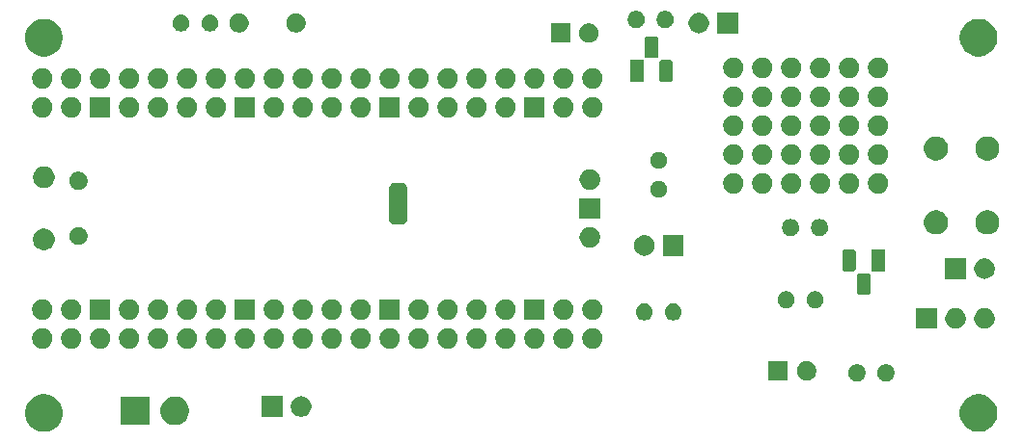
<source format=gbr>
G04 #@! TF.GenerationSoftware,KiCad,Pcbnew,5.1.5+dfsg1-2build2*
G04 #@! TF.CreationDate,2021-11-10T16:19:55-05:00*
G04 #@! TF.ProjectId,SINSONTE_MODEL_B,53494e53-4f4e-4544-955f-4d4f44454c5f,rev?*
G04 #@! TF.SameCoordinates,Original*
G04 #@! TF.FileFunction,Soldermask,Bot*
G04 #@! TF.FilePolarity,Negative*
%FSLAX46Y46*%
G04 Gerber Fmt 4.6, Leading zero omitted, Abs format (unit mm)*
G04 Created by KiCad (PCBNEW 5.1.5+dfsg1-2build2) date 2021-11-10 16:19:55*
%MOMM*%
%LPD*%
G04 APERTURE LIST*
%ADD10C,0.100000*%
G04 APERTURE END LIST*
D10*
G36*
X136375256Y-85391298D02*
G01*
X136481579Y-85412447D01*
X136782042Y-85536903D01*
X137052451Y-85717585D01*
X137282415Y-85947549D01*
X137463097Y-86217958D01*
X137587553Y-86518421D01*
X137651000Y-86837391D01*
X137651000Y-87162609D01*
X137587553Y-87481579D01*
X137463097Y-87782042D01*
X137282415Y-88052451D01*
X137052451Y-88282415D01*
X136782042Y-88463097D01*
X136481579Y-88587553D01*
X136375256Y-88608702D01*
X136162611Y-88651000D01*
X135837389Y-88651000D01*
X135624744Y-88608702D01*
X135518421Y-88587553D01*
X135217958Y-88463097D01*
X134947549Y-88282415D01*
X134717585Y-88052451D01*
X134536903Y-87782042D01*
X134412447Y-87481579D01*
X134349000Y-87162609D01*
X134349000Y-86837391D01*
X134412447Y-86518421D01*
X134536903Y-86217958D01*
X134717585Y-85947549D01*
X134947549Y-85717585D01*
X135217958Y-85536903D01*
X135518421Y-85412447D01*
X135624744Y-85391298D01*
X135837389Y-85349000D01*
X136162611Y-85349000D01*
X136375256Y-85391298D01*
G37*
G36*
X54375256Y-85391298D02*
G01*
X54481579Y-85412447D01*
X54782042Y-85536903D01*
X55052451Y-85717585D01*
X55282415Y-85947549D01*
X55463097Y-86217958D01*
X55587553Y-86518421D01*
X55651000Y-86837391D01*
X55651000Y-87162609D01*
X55587553Y-87481579D01*
X55463097Y-87782042D01*
X55282415Y-88052451D01*
X55052451Y-88282415D01*
X54782042Y-88463097D01*
X54481579Y-88587553D01*
X54375256Y-88608702D01*
X54162611Y-88651000D01*
X53837389Y-88651000D01*
X53624744Y-88608702D01*
X53518421Y-88587553D01*
X53217958Y-88463097D01*
X52947549Y-88282415D01*
X52717585Y-88052451D01*
X52536903Y-87782042D01*
X52412447Y-87481579D01*
X52349000Y-87162609D01*
X52349000Y-86837391D01*
X52412447Y-86518421D01*
X52536903Y-86217958D01*
X52717585Y-85947549D01*
X52947549Y-85717585D01*
X53217958Y-85536903D01*
X53518421Y-85412447D01*
X53624744Y-85391298D01*
X53837389Y-85349000D01*
X54162611Y-85349000D01*
X54375256Y-85391298D01*
G37*
G36*
X63251000Y-88051000D02*
G01*
X60749000Y-88051000D01*
X60749000Y-85549000D01*
X63251000Y-85549000D01*
X63251000Y-88051000D01*
G37*
G36*
X65864903Y-85597075D02*
G01*
X66092571Y-85691378D01*
X66297466Y-85828285D01*
X66471715Y-86002534D01*
X66608622Y-86207429D01*
X66702925Y-86435097D01*
X66751000Y-86676787D01*
X66751000Y-86923213D01*
X66702925Y-87164903D01*
X66608622Y-87392571D01*
X66471715Y-87597466D01*
X66297466Y-87771715D01*
X66092571Y-87908622D01*
X66092570Y-87908623D01*
X66092569Y-87908623D01*
X65864903Y-88002925D01*
X65623214Y-88051000D01*
X65376786Y-88051000D01*
X65135097Y-88002925D01*
X64907431Y-87908623D01*
X64907430Y-87908623D01*
X64907429Y-87908622D01*
X64702534Y-87771715D01*
X64528285Y-87597466D01*
X64391378Y-87392571D01*
X64297075Y-87164903D01*
X64249000Y-86923213D01*
X64249000Y-86676787D01*
X64297075Y-86435097D01*
X64391378Y-86207429D01*
X64528285Y-86002534D01*
X64702534Y-85828285D01*
X64907429Y-85691378D01*
X65135097Y-85597075D01*
X65376786Y-85549000D01*
X65623214Y-85549000D01*
X65864903Y-85597075D01*
G37*
G36*
X74929300Y-87324500D02*
G01*
X73127300Y-87324500D01*
X73127300Y-85522500D01*
X74929300Y-85522500D01*
X74929300Y-87324500D01*
G37*
G36*
X76681812Y-85527427D02*
G01*
X76831112Y-85557124D01*
X76995084Y-85625044D01*
X77142654Y-85723647D01*
X77268153Y-85849146D01*
X77366756Y-85996716D01*
X77434676Y-86160688D01*
X77469300Y-86334759D01*
X77469300Y-86512241D01*
X77434676Y-86686312D01*
X77366756Y-86850284D01*
X77268153Y-86997854D01*
X77142654Y-87123353D01*
X76995084Y-87221956D01*
X76831112Y-87289876D01*
X76681812Y-87319573D01*
X76657042Y-87324500D01*
X76479558Y-87324500D01*
X76454788Y-87319573D01*
X76305488Y-87289876D01*
X76141516Y-87221956D01*
X75993946Y-87123353D01*
X75868447Y-86997854D01*
X75769844Y-86850284D01*
X75701924Y-86686312D01*
X75667300Y-86512241D01*
X75667300Y-86334759D01*
X75701924Y-86160688D01*
X75769844Y-85996716D01*
X75868447Y-85849146D01*
X75993946Y-85723647D01*
X76141516Y-85625044D01*
X76305488Y-85557124D01*
X76454788Y-85527427D01*
X76479558Y-85522500D01*
X76657042Y-85522500D01*
X76681812Y-85527427D01*
G37*
G36*
X128095359Y-82729560D02*
G01*
X128232032Y-82786172D01*
X128355035Y-82868360D01*
X128459640Y-82972965D01*
X128541828Y-83095968D01*
X128541829Y-83095970D01*
X128598440Y-83232641D01*
X128623319Y-83357716D01*
X128627300Y-83377733D01*
X128627300Y-83525667D01*
X128598440Y-83670759D01*
X128541828Y-83807432D01*
X128459640Y-83930435D01*
X128355035Y-84035040D01*
X128232032Y-84117228D01*
X128232031Y-84117229D01*
X128232030Y-84117229D01*
X128095359Y-84173840D01*
X127950268Y-84202700D01*
X127802332Y-84202700D01*
X127657241Y-84173840D01*
X127520570Y-84117229D01*
X127520569Y-84117229D01*
X127520568Y-84117228D01*
X127397565Y-84035040D01*
X127292960Y-83930435D01*
X127210772Y-83807432D01*
X127154160Y-83670759D01*
X127125300Y-83525667D01*
X127125300Y-83377733D01*
X127129282Y-83357716D01*
X127154160Y-83232641D01*
X127210771Y-83095970D01*
X127210772Y-83095968D01*
X127292960Y-82972965D01*
X127397565Y-82868360D01*
X127520568Y-82786172D01*
X127657241Y-82729560D01*
X127802332Y-82700700D01*
X127950268Y-82700700D01*
X128095359Y-82729560D01*
G37*
G36*
X125555359Y-82729560D02*
G01*
X125692032Y-82786172D01*
X125815035Y-82868360D01*
X125919640Y-82972965D01*
X126001828Y-83095968D01*
X126001829Y-83095970D01*
X126058440Y-83232641D01*
X126083319Y-83357716D01*
X126087300Y-83377733D01*
X126087300Y-83525667D01*
X126058440Y-83670759D01*
X126001828Y-83807432D01*
X125919640Y-83930435D01*
X125815035Y-84035040D01*
X125692032Y-84117228D01*
X125692031Y-84117229D01*
X125692030Y-84117229D01*
X125555359Y-84173840D01*
X125410268Y-84202700D01*
X125262332Y-84202700D01*
X125117241Y-84173840D01*
X124980570Y-84117229D01*
X124980569Y-84117229D01*
X124980568Y-84117228D01*
X124857565Y-84035040D01*
X124752960Y-83930435D01*
X124670772Y-83807432D01*
X124614160Y-83670759D01*
X124585300Y-83525667D01*
X124585300Y-83377733D01*
X124589282Y-83357716D01*
X124614160Y-83232641D01*
X124670771Y-83095970D01*
X124670772Y-83095968D01*
X124752960Y-82972965D01*
X124857565Y-82868360D01*
X124980568Y-82786172D01*
X125117241Y-82729560D01*
X125262332Y-82700700D01*
X125410268Y-82700700D01*
X125555359Y-82729560D01*
G37*
G36*
X119265800Y-84124900D02*
G01*
X117563800Y-84124900D01*
X117563800Y-82422900D01*
X119265800Y-82422900D01*
X119265800Y-84124900D01*
G37*
G36*
X121163028Y-82455603D02*
G01*
X121317900Y-82519753D01*
X121457281Y-82612885D01*
X121575815Y-82731419D01*
X121668947Y-82870800D01*
X121733097Y-83025672D01*
X121765800Y-83190084D01*
X121765800Y-83357716D01*
X121733097Y-83522128D01*
X121668947Y-83677000D01*
X121575815Y-83816381D01*
X121457281Y-83934915D01*
X121317900Y-84028047D01*
X121163028Y-84092197D01*
X120998616Y-84124900D01*
X120830984Y-84124900D01*
X120666572Y-84092197D01*
X120511700Y-84028047D01*
X120372319Y-83934915D01*
X120253785Y-83816381D01*
X120160653Y-83677000D01*
X120096503Y-83522128D01*
X120063800Y-83357716D01*
X120063800Y-83190084D01*
X120096503Y-83025672D01*
X120160653Y-82870800D01*
X120253785Y-82731419D01*
X120372319Y-82612885D01*
X120511700Y-82519753D01*
X120666572Y-82455603D01*
X120830984Y-82422900D01*
X120998616Y-82422900D01*
X121163028Y-82455603D01*
G37*
G36*
X79383512Y-79533927D02*
G01*
X79532812Y-79563624D01*
X79696784Y-79631544D01*
X79844354Y-79730147D01*
X79969853Y-79855646D01*
X80068456Y-80003216D01*
X80136376Y-80167188D01*
X80171000Y-80341259D01*
X80171000Y-80518741D01*
X80136376Y-80692812D01*
X80068456Y-80856784D01*
X79969853Y-81004354D01*
X79844354Y-81129853D01*
X79696784Y-81228456D01*
X79532812Y-81296376D01*
X79383512Y-81326073D01*
X79358742Y-81331000D01*
X79181258Y-81331000D01*
X79156488Y-81326073D01*
X79007188Y-81296376D01*
X78843216Y-81228456D01*
X78695646Y-81129853D01*
X78570147Y-81004354D01*
X78471544Y-80856784D01*
X78403624Y-80692812D01*
X78369000Y-80518741D01*
X78369000Y-80341259D01*
X78403624Y-80167188D01*
X78471544Y-80003216D01*
X78570147Y-79855646D01*
X78695646Y-79730147D01*
X78843216Y-79631544D01*
X79007188Y-79563624D01*
X79156488Y-79533927D01*
X79181258Y-79529000D01*
X79358742Y-79529000D01*
X79383512Y-79533927D01*
G37*
G36*
X71763512Y-79533927D02*
G01*
X71912812Y-79563624D01*
X72076784Y-79631544D01*
X72224354Y-79730147D01*
X72349853Y-79855646D01*
X72448456Y-80003216D01*
X72516376Y-80167188D01*
X72551000Y-80341259D01*
X72551000Y-80518741D01*
X72516376Y-80692812D01*
X72448456Y-80856784D01*
X72349853Y-81004354D01*
X72224354Y-81129853D01*
X72076784Y-81228456D01*
X71912812Y-81296376D01*
X71763512Y-81326073D01*
X71738742Y-81331000D01*
X71561258Y-81331000D01*
X71536488Y-81326073D01*
X71387188Y-81296376D01*
X71223216Y-81228456D01*
X71075646Y-81129853D01*
X70950147Y-81004354D01*
X70851544Y-80856784D01*
X70783624Y-80692812D01*
X70749000Y-80518741D01*
X70749000Y-80341259D01*
X70783624Y-80167188D01*
X70851544Y-80003216D01*
X70950147Y-79855646D01*
X71075646Y-79730147D01*
X71223216Y-79631544D01*
X71387188Y-79563624D01*
X71536488Y-79533927D01*
X71561258Y-79529000D01*
X71738742Y-79529000D01*
X71763512Y-79533927D01*
G37*
G36*
X76843512Y-79533927D02*
G01*
X76992812Y-79563624D01*
X77156784Y-79631544D01*
X77304354Y-79730147D01*
X77429853Y-79855646D01*
X77528456Y-80003216D01*
X77596376Y-80167188D01*
X77631000Y-80341259D01*
X77631000Y-80518741D01*
X77596376Y-80692812D01*
X77528456Y-80856784D01*
X77429853Y-81004354D01*
X77304354Y-81129853D01*
X77156784Y-81228456D01*
X76992812Y-81296376D01*
X76843512Y-81326073D01*
X76818742Y-81331000D01*
X76641258Y-81331000D01*
X76616488Y-81326073D01*
X76467188Y-81296376D01*
X76303216Y-81228456D01*
X76155646Y-81129853D01*
X76030147Y-81004354D01*
X75931544Y-80856784D01*
X75863624Y-80692812D01*
X75829000Y-80518741D01*
X75829000Y-80341259D01*
X75863624Y-80167188D01*
X75931544Y-80003216D01*
X76030147Y-79855646D01*
X76155646Y-79730147D01*
X76303216Y-79631544D01*
X76467188Y-79563624D01*
X76616488Y-79533927D01*
X76641258Y-79529000D01*
X76818742Y-79529000D01*
X76843512Y-79533927D01*
G37*
G36*
X74303512Y-79533927D02*
G01*
X74452812Y-79563624D01*
X74616784Y-79631544D01*
X74764354Y-79730147D01*
X74889853Y-79855646D01*
X74988456Y-80003216D01*
X75056376Y-80167188D01*
X75091000Y-80341259D01*
X75091000Y-80518741D01*
X75056376Y-80692812D01*
X74988456Y-80856784D01*
X74889853Y-81004354D01*
X74764354Y-81129853D01*
X74616784Y-81228456D01*
X74452812Y-81296376D01*
X74303512Y-81326073D01*
X74278742Y-81331000D01*
X74101258Y-81331000D01*
X74076488Y-81326073D01*
X73927188Y-81296376D01*
X73763216Y-81228456D01*
X73615646Y-81129853D01*
X73490147Y-81004354D01*
X73391544Y-80856784D01*
X73323624Y-80692812D01*
X73289000Y-80518741D01*
X73289000Y-80341259D01*
X73323624Y-80167188D01*
X73391544Y-80003216D01*
X73490147Y-79855646D01*
X73615646Y-79730147D01*
X73763216Y-79631544D01*
X73927188Y-79563624D01*
X74076488Y-79533927D01*
X74101258Y-79529000D01*
X74278742Y-79529000D01*
X74303512Y-79533927D01*
G37*
G36*
X69223512Y-79533927D02*
G01*
X69372812Y-79563624D01*
X69536784Y-79631544D01*
X69684354Y-79730147D01*
X69809853Y-79855646D01*
X69908456Y-80003216D01*
X69976376Y-80167188D01*
X70011000Y-80341259D01*
X70011000Y-80518741D01*
X69976376Y-80692812D01*
X69908456Y-80856784D01*
X69809853Y-81004354D01*
X69684354Y-81129853D01*
X69536784Y-81228456D01*
X69372812Y-81296376D01*
X69223512Y-81326073D01*
X69198742Y-81331000D01*
X69021258Y-81331000D01*
X68996488Y-81326073D01*
X68847188Y-81296376D01*
X68683216Y-81228456D01*
X68535646Y-81129853D01*
X68410147Y-81004354D01*
X68311544Y-80856784D01*
X68243624Y-80692812D01*
X68209000Y-80518741D01*
X68209000Y-80341259D01*
X68243624Y-80167188D01*
X68311544Y-80003216D01*
X68410147Y-79855646D01*
X68535646Y-79730147D01*
X68683216Y-79631544D01*
X68847188Y-79563624D01*
X68996488Y-79533927D01*
X69021258Y-79529000D01*
X69198742Y-79529000D01*
X69223512Y-79533927D01*
G37*
G36*
X66683512Y-79533927D02*
G01*
X66832812Y-79563624D01*
X66996784Y-79631544D01*
X67144354Y-79730147D01*
X67269853Y-79855646D01*
X67368456Y-80003216D01*
X67436376Y-80167188D01*
X67471000Y-80341259D01*
X67471000Y-80518741D01*
X67436376Y-80692812D01*
X67368456Y-80856784D01*
X67269853Y-81004354D01*
X67144354Y-81129853D01*
X66996784Y-81228456D01*
X66832812Y-81296376D01*
X66683512Y-81326073D01*
X66658742Y-81331000D01*
X66481258Y-81331000D01*
X66456488Y-81326073D01*
X66307188Y-81296376D01*
X66143216Y-81228456D01*
X65995646Y-81129853D01*
X65870147Y-81004354D01*
X65771544Y-80856784D01*
X65703624Y-80692812D01*
X65669000Y-80518741D01*
X65669000Y-80341259D01*
X65703624Y-80167188D01*
X65771544Y-80003216D01*
X65870147Y-79855646D01*
X65995646Y-79730147D01*
X66143216Y-79631544D01*
X66307188Y-79563624D01*
X66456488Y-79533927D01*
X66481258Y-79529000D01*
X66658742Y-79529000D01*
X66683512Y-79533927D01*
G37*
G36*
X64143512Y-79533927D02*
G01*
X64292812Y-79563624D01*
X64456784Y-79631544D01*
X64604354Y-79730147D01*
X64729853Y-79855646D01*
X64828456Y-80003216D01*
X64896376Y-80167188D01*
X64931000Y-80341259D01*
X64931000Y-80518741D01*
X64896376Y-80692812D01*
X64828456Y-80856784D01*
X64729853Y-81004354D01*
X64604354Y-81129853D01*
X64456784Y-81228456D01*
X64292812Y-81296376D01*
X64143512Y-81326073D01*
X64118742Y-81331000D01*
X63941258Y-81331000D01*
X63916488Y-81326073D01*
X63767188Y-81296376D01*
X63603216Y-81228456D01*
X63455646Y-81129853D01*
X63330147Y-81004354D01*
X63231544Y-80856784D01*
X63163624Y-80692812D01*
X63129000Y-80518741D01*
X63129000Y-80341259D01*
X63163624Y-80167188D01*
X63231544Y-80003216D01*
X63330147Y-79855646D01*
X63455646Y-79730147D01*
X63603216Y-79631544D01*
X63767188Y-79563624D01*
X63916488Y-79533927D01*
X63941258Y-79529000D01*
X64118742Y-79529000D01*
X64143512Y-79533927D01*
G37*
G36*
X61603512Y-79533927D02*
G01*
X61752812Y-79563624D01*
X61916784Y-79631544D01*
X62064354Y-79730147D01*
X62189853Y-79855646D01*
X62288456Y-80003216D01*
X62356376Y-80167188D01*
X62391000Y-80341259D01*
X62391000Y-80518741D01*
X62356376Y-80692812D01*
X62288456Y-80856784D01*
X62189853Y-81004354D01*
X62064354Y-81129853D01*
X61916784Y-81228456D01*
X61752812Y-81296376D01*
X61603512Y-81326073D01*
X61578742Y-81331000D01*
X61401258Y-81331000D01*
X61376488Y-81326073D01*
X61227188Y-81296376D01*
X61063216Y-81228456D01*
X60915646Y-81129853D01*
X60790147Y-81004354D01*
X60691544Y-80856784D01*
X60623624Y-80692812D01*
X60589000Y-80518741D01*
X60589000Y-80341259D01*
X60623624Y-80167188D01*
X60691544Y-80003216D01*
X60790147Y-79855646D01*
X60915646Y-79730147D01*
X61063216Y-79631544D01*
X61227188Y-79563624D01*
X61376488Y-79533927D01*
X61401258Y-79529000D01*
X61578742Y-79529000D01*
X61603512Y-79533927D01*
G37*
G36*
X59063512Y-79533927D02*
G01*
X59212812Y-79563624D01*
X59376784Y-79631544D01*
X59524354Y-79730147D01*
X59649853Y-79855646D01*
X59748456Y-80003216D01*
X59816376Y-80167188D01*
X59851000Y-80341259D01*
X59851000Y-80518741D01*
X59816376Y-80692812D01*
X59748456Y-80856784D01*
X59649853Y-81004354D01*
X59524354Y-81129853D01*
X59376784Y-81228456D01*
X59212812Y-81296376D01*
X59063512Y-81326073D01*
X59038742Y-81331000D01*
X58861258Y-81331000D01*
X58836488Y-81326073D01*
X58687188Y-81296376D01*
X58523216Y-81228456D01*
X58375646Y-81129853D01*
X58250147Y-81004354D01*
X58151544Y-80856784D01*
X58083624Y-80692812D01*
X58049000Y-80518741D01*
X58049000Y-80341259D01*
X58083624Y-80167188D01*
X58151544Y-80003216D01*
X58250147Y-79855646D01*
X58375646Y-79730147D01*
X58523216Y-79631544D01*
X58687188Y-79563624D01*
X58836488Y-79533927D01*
X58861258Y-79529000D01*
X59038742Y-79529000D01*
X59063512Y-79533927D01*
G37*
G36*
X56523512Y-79533927D02*
G01*
X56672812Y-79563624D01*
X56836784Y-79631544D01*
X56984354Y-79730147D01*
X57109853Y-79855646D01*
X57208456Y-80003216D01*
X57276376Y-80167188D01*
X57311000Y-80341259D01*
X57311000Y-80518741D01*
X57276376Y-80692812D01*
X57208456Y-80856784D01*
X57109853Y-81004354D01*
X56984354Y-81129853D01*
X56836784Y-81228456D01*
X56672812Y-81296376D01*
X56523512Y-81326073D01*
X56498742Y-81331000D01*
X56321258Y-81331000D01*
X56296488Y-81326073D01*
X56147188Y-81296376D01*
X55983216Y-81228456D01*
X55835646Y-81129853D01*
X55710147Y-81004354D01*
X55611544Y-80856784D01*
X55543624Y-80692812D01*
X55509000Y-80518741D01*
X55509000Y-80341259D01*
X55543624Y-80167188D01*
X55611544Y-80003216D01*
X55710147Y-79855646D01*
X55835646Y-79730147D01*
X55983216Y-79631544D01*
X56147188Y-79563624D01*
X56296488Y-79533927D01*
X56321258Y-79529000D01*
X56498742Y-79529000D01*
X56523512Y-79533927D01*
G37*
G36*
X84463512Y-79533927D02*
G01*
X84612812Y-79563624D01*
X84776784Y-79631544D01*
X84924354Y-79730147D01*
X85049853Y-79855646D01*
X85148456Y-80003216D01*
X85216376Y-80167188D01*
X85251000Y-80341259D01*
X85251000Y-80518741D01*
X85216376Y-80692812D01*
X85148456Y-80856784D01*
X85049853Y-81004354D01*
X84924354Y-81129853D01*
X84776784Y-81228456D01*
X84612812Y-81296376D01*
X84463512Y-81326073D01*
X84438742Y-81331000D01*
X84261258Y-81331000D01*
X84236488Y-81326073D01*
X84087188Y-81296376D01*
X83923216Y-81228456D01*
X83775646Y-81129853D01*
X83650147Y-81004354D01*
X83551544Y-80856784D01*
X83483624Y-80692812D01*
X83449000Y-80518741D01*
X83449000Y-80341259D01*
X83483624Y-80167188D01*
X83551544Y-80003216D01*
X83650147Y-79855646D01*
X83775646Y-79730147D01*
X83923216Y-79631544D01*
X84087188Y-79563624D01*
X84236488Y-79533927D01*
X84261258Y-79529000D01*
X84438742Y-79529000D01*
X84463512Y-79533927D01*
G37*
G36*
X87003512Y-79533927D02*
G01*
X87152812Y-79563624D01*
X87316784Y-79631544D01*
X87464354Y-79730147D01*
X87589853Y-79855646D01*
X87688456Y-80003216D01*
X87756376Y-80167188D01*
X87791000Y-80341259D01*
X87791000Y-80518741D01*
X87756376Y-80692812D01*
X87688456Y-80856784D01*
X87589853Y-81004354D01*
X87464354Y-81129853D01*
X87316784Y-81228456D01*
X87152812Y-81296376D01*
X87003512Y-81326073D01*
X86978742Y-81331000D01*
X86801258Y-81331000D01*
X86776488Y-81326073D01*
X86627188Y-81296376D01*
X86463216Y-81228456D01*
X86315646Y-81129853D01*
X86190147Y-81004354D01*
X86091544Y-80856784D01*
X86023624Y-80692812D01*
X85989000Y-80518741D01*
X85989000Y-80341259D01*
X86023624Y-80167188D01*
X86091544Y-80003216D01*
X86190147Y-79855646D01*
X86315646Y-79730147D01*
X86463216Y-79631544D01*
X86627188Y-79563624D01*
X86776488Y-79533927D01*
X86801258Y-79529000D01*
X86978742Y-79529000D01*
X87003512Y-79533927D01*
G37*
G36*
X81923512Y-79533927D02*
G01*
X82072812Y-79563624D01*
X82236784Y-79631544D01*
X82384354Y-79730147D01*
X82509853Y-79855646D01*
X82608456Y-80003216D01*
X82676376Y-80167188D01*
X82711000Y-80341259D01*
X82711000Y-80518741D01*
X82676376Y-80692812D01*
X82608456Y-80856784D01*
X82509853Y-81004354D01*
X82384354Y-81129853D01*
X82236784Y-81228456D01*
X82072812Y-81296376D01*
X81923512Y-81326073D01*
X81898742Y-81331000D01*
X81721258Y-81331000D01*
X81696488Y-81326073D01*
X81547188Y-81296376D01*
X81383216Y-81228456D01*
X81235646Y-81129853D01*
X81110147Y-81004354D01*
X81011544Y-80856784D01*
X80943624Y-80692812D01*
X80909000Y-80518741D01*
X80909000Y-80341259D01*
X80943624Y-80167188D01*
X81011544Y-80003216D01*
X81110147Y-79855646D01*
X81235646Y-79730147D01*
X81383216Y-79631544D01*
X81547188Y-79563624D01*
X81696488Y-79533927D01*
X81721258Y-79529000D01*
X81898742Y-79529000D01*
X81923512Y-79533927D01*
G37*
G36*
X89543512Y-79533927D02*
G01*
X89692812Y-79563624D01*
X89856784Y-79631544D01*
X90004354Y-79730147D01*
X90129853Y-79855646D01*
X90228456Y-80003216D01*
X90296376Y-80167188D01*
X90331000Y-80341259D01*
X90331000Y-80518741D01*
X90296376Y-80692812D01*
X90228456Y-80856784D01*
X90129853Y-81004354D01*
X90004354Y-81129853D01*
X89856784Y-81228456D01*
X89692812Y-81296376D01*
X89543512Y-81326073D01*
X89518742Y-81331000D01*
X89341258Y-81331000D01*
X89316488Y-81326073D01*
X89167188Y-81296376D01*
X89003216Y-81228456D01*
X88855646Y-81129853D01*
X88730147Y-81004354D01*
X88631544Y-80856784D01*
X88563624Y-80692812D01*
X88529000Y-80518741D01*
X88529000Y-80341259D01*
X88563624Y-80167188D01*
X88631544Y-80003216D01*
X88730147Y-79855646D01*
X88855646Y-79730147D01*
X89003216Y-79631544D01*
X89167188Y-79563624D01*
X89316488Y-79533927D01*
X89341258Y-79529000D01*
X89518742Y-79529000D01*
X89543512Y-79533927D01*
G37*
G36*
X92083512Y-79533927D02*
G01*
X92232812Y-79563624D01*
X92396784Y-79631544D01*
X92544354Y-79730147D01*
X92669853Y-79855646D01*
X92768456Y-80003216D01*
X92836376Y-80167188D01*
X92871000Y-80341259D01*
X92871000Y-80518741D01*
X92836376Y-80692812D01*
X92768456Y-80856784D01*
X92669853Y-81004354D01*
X92544354Y-81129853D01*
X92396784Y-81228456D01*
X92232812Y-81296376D01*
X92083512Y-81326073D01*
X92058742Y-81331000D01*
X91881258Y-81331000D01*
X91856488Y-81326073D01*
X91707188Y-81296376D01*
X91543216Y-81228456D01*
X91395646Y-81129853D01*
X91270147Y-81004354D01*
X91171544Y-80856784D01*
X91103624Y-80692812D01*
X91069000Y-80518741D01*
X91069000Y-80341259D01*
X91103624Y-80167188D01*
X91171544Y-80003216D01*
X91270147Y-79855646D01*
X91395646Y-79730147D01*
X91543216Y-79631544D01*
X91707188Y-79563624D01*
X91856488Y-79533927D01*
X91881258Y-79529000D01*
X92058742Y-79529000D01*
X92083512Y-79533927D01*
G37*
G36*
X94623512Y-79533927D02*
G01*
X94772812Y-79563624D01*
X94936784Y-79631544D01*
X95084354Y-79730147D01*
X95209853Y-79855646D01*
X95308456Y-80003216D01*
X95376376Y-80167188D01*
X95411000Y-80341259D01*
X95411000Y-80518741D01*
X95376376Y-80692812D01*
X95308456Y-80856784D01*
X95209853Y-81004354D01*
X95084354Y-81129853D01*
X94936784Y-81228456D01*
X94772812Y-81296376D01*
X94623512Y-81326073D01*
X94598742Y-81331000D01*
X94421258Y-81331000D01*
X94396488Y-81326073D01*
X94247188Y-81296376D01*
X94083216Y-81228456D01*
X93935646Y-81129853D01*
X93810147Y-81004354D01*
X93711544Y-80856784D01*
X93643624Y-80692812D01*
X93609000Y-80518741D01*
X93609000Y-80341259D01*
X93643624Y-80167188D01*
X93711544Y-80003216D01*
X93810147Y-79855646D01*
X93935646Y-79730147D01*
X94083216Y-79631544D01*
X94247188Y-79563624D01*
X94396488Y-79533927D01*
X94421258Y-79529000D01*
X94598742Y-79529000D01*
X94623512Y-79533927D01*
G37*
G36*
X97163512Y-79533927D02*
G01*
X97312812Y-79563624D01*
X97476784Y-79631544D01*
X97624354Y-79730147D01*
X97749853Y-79855646D01*
X97848456Y-80003216D01*
X97916376Y-80167188D01*
X97951000Y-80341259D01*
X97951000Y-80518741D01*
X97916376Y-80692812D01*
X97848456Y-80856784D01*
X97749853Y-81004354D01*
X97624354Y-81129853D01*
X97476784Y-81228456D01*
X97312812Y-81296376D01*
X97163512Y-81326073D01*
X97138742Y-81331000D01*
X96961258Y-81331000D01*
X96936488Y-81326073D01*
X96787188Y-81296376D01*
X96623216Y-81228456D01*
X96475646Y-81129853D01*
X96350147Y-81004354D01*
X96251544Y-80856784D01*
X96183624Y-80692812D01*
X96149000Y-80518741D01*
X96149000Y-80341259D01*
X96183624Y-80167188D01*
X96251544Y-80003216D01*
X96350147Y-79855646D01*
X96475646Y-79730147D01*
X96623216Y-79631544D01*
X96787188Y-79563624D01*
X96936488Y-79533927D01*
X96961258Y-79529000D01*
X97138742Y-79529000D01*
X97163512Y-79533927D01*
G37*
G36*
X102243512Y-79533927D02*
G01*
X102392812Y-79563624D01*
X102556784Y-79631544D01*
X102704354Y-79730147D01*
X102829853Y-79855646D01*
X102928456Y-80003216D01*
X102996376Y-80167188D01*
X103031000Y-80341259D01*
X103031000Y-80518741D01*
X102996376Y-80692812D01*
X102928456Y-80856784D01*
X102829853Y-81004354D01*
X102704354Y-81129853D01*
X102556784Y-81228456D01*
X102392812Y-81296376D01*
X102243512Y-81326073D01*
X102218742Y-81331000D01*
X102041258Y-81331000D01*
X102016488Y-81326073D01*
X101867188Y-81296376D01*
X101703216Y-81228456D01*
X101555646Y-81129853D01*
X101430147Y-81004354D01*
X101331544Y-80856784D01*
X101263624Y-80692812D01*
X101229000Y-80518741D01*
X101229000Y-80341259D01*
X101263624Y-80167188D01*
X101331544Y-80003216D01*
X101430147Y-79855646D01*
X101555646Y-79730147D01*
X101703216Y-79631544D01*
X101867188Y-79563624D01*
X102016488Y-79533927D01*
X102041258Y-79529000D01*
X102218742Y-79529000D01*
X102243512Y-79533927D01*
G37*
G36*
X99703512Y-79533927D02*
G01*
X99852812Y-79563624D01*
X100016784Y-79631544D01*
X100164354Y-79730147D01*
X100289853Y-79855646D01*
X100388456Y-80003216D01*
X100456376Y-80167188D01*
X100491000Y-80341259D01*
X100491000Y-80518741D01*
X100456376Y-80692812D01*
X100388456Y-80856784D01*
X100289853Y-81004354D01*
X100164354Y-81129853D01*
X100016784Y-81228456D01*
X99852812Y-81296376D01*
X99703512Y-81326073D01*
X99678742Y-81331000D01*
X99501258Y-81331000D01*
X99476488Y-81326073D01*
X99327188Y-81296376D01*
X99163216Y-81228456D01*
X99015646Y-81129853D01*
X98890147Y-81004354D01*
X98791544Y-80856784D01*
X98723624Y-80692812D01*
X98689000Y-80518741D01*
X98689000Y-80341259D01*
X98723624Y-80167188D01*
X98791544Y-80003216D01*
X98890147Y-79855646D01*
X99015646Y-79730147D01*
X99163216Y-79631544D01*
X99327188Y-79563624D01*
X99476488Y-79533927D01*
X99501258Y-79529000D01*
X99678742Y-79529000D01*
X99703512Y-79533927D01*
G37*
G36*
X53983512Y-79533927D02*
G01*
X54132812Y-79563624D01*
X54296784Y-79631544D01*
X54444354Y-79730147D01*
X54569853Y-79855646D01*
X54668456Y-80003216D01*
X54736376Y-80167188D01*
X54771000Y-80341259D01*
X54771000Y-80518741D01*
X54736376Y-80692812D01*
X54668456Y-80856784D01*
X54569853Y-81004354D01*
X54444354Y-81129853D01*
X54296784Y-81228456D01*
X54132812Y-81296376D01*
X53983512Y-81326073D01*
X53958742Y-81331000D01*
X53781258Y-81331000D01*
X53756488Y-81326073D01*
X53607188Y-81296376D01*
X53443216Y-81228456D01*
X53295646Y-81129853D01*
X53170147Y-81004354D01*
X53071544Y-80856784D01*
X53003624Y-80692812D01*
X52969000Y-80518741D01*
X52969000Y-80341259D01*
X53003624Y-80167188D01*
X53071544Y-80003216D01*
X53170147Y-79855646D01*
X53295646Y-79730147D01*
X53443216Y-79631544D01*
X53607188Y-79563624D01*
X53756488Y-79533927D01*
X53781258Y-79529000D01*
X53958742Y-79529000D01*
X53983512Y-79533927D01*
G37*
G36*
X136638512Y-77780427D02*
G01*
X136787812Y-77810124D01*
X136951784Y-77878044D01*
X137099354Y-77976647D01*
X137224853Y-78102146D01*
X137323456Y-78249716D01*
X137391376Y-78413688D01*
X137421073Y-78562988D01*
X137426000Y-78587758D01*
X137426000Y-78765242D01*
X137424948Y-78770529D01*
X137391376Y-78939312D01*
X137323456Y-79103284D01*
X137224853Y-79250854D01*
X137099354Y-79376353D01*
X136951784Y-79474956D01*
X136787812Y-79542876D01*
X136638512Y-79572573D01*
X136613742Y-79577500D01*
X136436258Y-79577500D01*
X136411488Y-79572573D01*
X136262188Y-79542876D01*
X136098216Y-79474956D01*
X135950646Y-79376353D01*
X135825147Y-79250854D01*
X135726544Y-79103284D01*
X135658624Y-78939312D01*
X135625052Y-78770529D01*
X135624000Y-78765242D01*
X135624000Y-78587758D01*
X135628927Y-78562988D01*
X135658624Y-78413688D01*
X135726544Y-78249716D01*
X135825147Y-78102146D01*
X135950646Y-77976647D01*
X136098216Y-77878044D01*
X136262188Y-77810124D01*
X136411488Y-77780427D01*
X136436258Y-77775500D01*
X136613742Y-77775500D01*
X136638512Y-77780427D01*
G37*
G36*
X134098512Y-77780427D02*
G01*
X134247812Y-77810124D01*
X134411784Y-77878044D01*
X134559354Y-77976647D01*
X134684853Y-78102146D01*
X134783456Y-78249716D01*
X134851376Y-78413688D01*
X134881073Y-78562988D01*
X134886000Y-78587758D01*
X134886000Y-78765242D01*
X134884948Y-78770529D01*
X134851376Y-78939312D01*
X134783456Y-79103284D01*
X134684853Y-79250854D01*
X134559354Y-79376353D01*
X134411784Y-79474956D01*
X134247812Y-79542876D01*
X134098512Y-79572573D01*
X134073742Y-79577500D01*
X133896258Y-79577500D01*
X133871488Y-79572573D01*
X133722188Y-79542876D01*
X133558216Y-79474956D01*
X133410646Y-79376353D01*
X133285147Y-79250854D01*
X133186544Y-79103284D01*
X133118624Y-78939312D01*
X133085052Y-78770529D01*
X133084000Y-78765242D01*
X133084000Y-78587758D01*
X133088927Y-78562988D01*
X133118624Y-78413688D01*
X133186544Y-78249716D01*
X133285147Y-78102146D01*
X133410646Y-77976647D01*
X133558216Y-77878044D01*
X133722188Y-77810124D01*
X133871488Y-77780427D01*
X133896258Y-77775500D01*
X134073742Y-77775500D01*
X134098512Y-77780427D01*
G37*
G36*
X132346000Y-79577500D02*
G01*
X130544000Y-79577500D01*
X130544000Y-77775500D01*
X132346000Y-77775500D01*
X132346000Y-79577500D01*
G37*
G36*
X109430864Y-77381230D02*
G01*
X109439059Y-77382860D01*
X109575732Y-77439472D01*
X109698735Y-77521660D01*
X109803340Y-77626265D01*
X109803957Y-77627189D01*
X109885529Y-77749270D01*
X109942140Y-77885941D01*
X109971000Y-78031032D01*
X109971000Y-78178968D01*
X109956927Y-78249718D01*
X109942140Y-78324059D01*
X109885528Y-78460732D01*
X109803340Y-78583735D01*
X109698735Y-78688340D01*
X109575732Y-78770528D01*
X109575731Y-78770529D01*
X109575730Y-78770529D01*
X109439059Y-78827140D01*
X109293968Y-78856000D01*
X109146032Y-78856000D01*
X109000941Y-78827140D01*
X108864270Y-78770529D01*
X108864269Y-78770529D01*
X108864268Y-78770528D01*
X108741265Y-78688340D01*
X108636660Y-78583735D01*
X108554472Y-78460732D01*
X108497860Y-78324059D01*
X108483073Y-78249718D01*
X108469000Y-78178968D01*
X108469000Y-78031032D01*
X108497860Y-77885941D01*
X108554471Y-77749270D01*
X108636043Y-77627189D01*
X108636660Y-77626265D01*
X108741265Y-77521660D01*
X108864268Y-77439472D01*
X109000941Y-77382860D01*
X109009136Y-77381230D01*
X109146032Y-77354000D01*
X109293968Y-77354000D01*
X109430864Y-77381230D01*
G37*
G36*
X106890864Y-77381230D02*
G01*
X106899059Y-77382860D01*
X107035732Y-77439472D01*
X107158735Y-77521660D01*
X107263340Y-77626265D01*
X107263957Y-77627189D01*
X107345529Y-77749270D01*
X107402140Y-77885941D01*
X107431000Y-78031032D01*
X107431000Y-78178968D01*
X107416927Y-78249718D01*
X107402140Y-78324059D01*
X107345528Y-78460732D01*
X107263340Y-78583735D01*
X107158735Y-78688340D01*
X107035732Y-78770528D01*
X107035731Y-78770529D01*
X107035730Y-78770529D01*
X106899059Y-78827140D01*
X106753968Y-78856000D01*
X106606032Y-78856000D01*
X106460941Y-78827140D01*
X106324270Y-78770529D01*
X106324269Y-78770529D01*
X106324268Y-78770528D01*
X106201265Y-78688340D01*
X106096660Y-78583735D01*
X106014472Y-78460732D01*
X105957860Y-78324059D01*
X105943073Y-78249718D01*
X105929000Y-78178968D01*
X105929000Y-78031032D01*
X105957860Y-77885941D01*
X106014471Y-77749270D01*
X106096043Y-77627189D01*
X106096660Y-77626265D01*
X106201265Y-77521660D01*
X106324268Y-77439472D01*
X106460941Y-77382860D01*
X106469136Y-77381230D01*
X106606032Y-77354000D01*
X106753968Y-77354000D01*
X106890864Y-77381230D01*
G37*
G36*
X87003512Y-76993927D02*
G01*
X87152812Y-77023624D01*
X87316784Y-77091544D01*
X87464354Y-77190147D01*
X87589853Y-77315646D01*
X87688456Y-77463216D01*
X87756376Y-77627188D01*
X87791000Y-77801259D01*
X87791000Y-77978741D01*
X87756376Y-78152812D01*
X87688456Y-78316784D01*
X87589853Y-78464354D01*
X87464354Y-78589853D01*
X87316784Y-78688456D01*
X87152812Y-78756376D01*
X87003512Y-78786073D01*
X86978742Y-78791000D01*
X86801258Y-78791000D01*
X86776488Y-78786073D01*
X86627188Y-78756376D01*
X86463216Y-78688456D01*
X86315646Y-78589853D01*
X86190147Y-78464354D01*
X86091544Y-78316784D01*
X86023624Y-78152812D01*
X85989000Y-77978741D01*
X85989000Y-77801259D01*
X86023624Y-77627188D01*
X86091544Y-77463216D01*
X86190147Y-77315646D01*
X86315646Y-77190147D01*
X86463216Y-77091544D01*
X86627188Y-77023624D01*
X86776488Y-76993927D01*
X86801258Y-76989000D01*
X86978742Y-76989000D01*
X87003512Y-76993927D01*
G37*
G36*
X81923512Y-76993927D02*
G01*
X82072812Y-77023624D01*
X82236784Y-77091544D01*
X82384354Y-77190147D01*
X82509853Y-77315646D01*
X82608456Y-77463216D01*
X82676376Y-77627188D01*
X82711000Y-77801259D01*
X82711000Y-77978741D01*
X82676376Y-78152812D01*
X82608456Y-78316784D01*
X82509853Y-78464354D01*
X82384354Y-78589853D01*
X82236784Y-78688456D01*
X82072812Y-78756376D01*
X81923512Y-78786073D01*
X81898742Y-78791000D01*
X81721258Y-78791000D01*
X81696488Y-78786073D01*
X81547188Y-78756376D01*
X81383216Y-78688456D01*
X81235646Y-78589853D01*
X81110147Y-78464354D01*
X81011544Y-78316784D01*
X80943624Y-78152812D01*
X80909000Y-77978741D01*
X80909000Y-77801259D01*
X80943624Y-77627188D01*
X81011544Y-77463216D01*
X81110147Y-77315646D01*
X81235646Y-77190147D01*
X81383216Y-77091544D01*
X81547188Y-77023624D01*
X81696488Y-76993927D01*
X81721258Y-76989000D01*
X81898742Y-76989000D01*
X81923512Y-76993927D01*
G37*
G36*
X79383512Y-76993927D02*
G01*
X79532812Y-77023624D01*
X79696784Y-77091544D01*
X79844354Y-77190147D01*
X79969853Y-77315646D01*
X80068456Y-77463216D01*
X80136376Y-77627188D01*
X80171000Y-77801259D01*
X80171000Y-77978741D01*
X80136376Y-78152812D01*
X80068456Y-78316784D01*
X79969853Y-78464354D01*
X79844354Y-78589853D01*
X79696784Y-78688456D01*
X79532812Y-78756376D01*
X79383512Y-78786073D01*
X79358742Y-78791000D01*
X79181258Y-78791000D01*
X79156488Y-78786073D01*
X79007188Y-78756376D01*
X78843216Y-78688456D01*
X78695646Y-78589853D01*
X78570147Y-78464354D01*
X78471544Y-78316784D01*
X78403624Y-78152812D01*
X78369000Y-77978741D01*
X78369000Y-77801259D01*
X78403624Y-77627188D01*
X78471544Y-77463216D01*
X78570147Y-77315646D01*
X78695646Y-77190147D01*
X78843216Y-77091544D01*
X79007188Y-77023624D01*
X79156488Y-76993927D01*
X79181258Y-76989000D01*
X79358742Y-76989000D01*
X79383512Y-76993927D01*
G37*
G36*
X74303512Y-76993927D02*
G01*
X74452812Y-77023624D01*
X74616784Y-77091544D01*
X74764354Y-77190147D01*
X74889853Y-77315646D01*
X74988456Y-77463216D01*
X75056376Y-77627188D01*
X75091000Y-77801259D01*
X75091000Y-77978741D01*
X75056376Y-78152812D01*
X74988456Y-78316784D01*
X74889853Y-78464354D01*
X74764354Y-78589853D01*
X74616784Y-78688456D01*
X74452812Y-78756376D01*
X74303512Y-78786073D01*
X74278742Y-78791000D01*
X74101258Y-78791000D01*
X74076488Y-78786073D01*
X73927188Y-78756376D01*
X73763216Y-78688456D01*
X73615646Y-78589853D01*
X73490147Y-78464354D01*
X73391544Y-78316784D01*
X73323624Y-78152812D01*
X73289000Y-77978741D01*
X73289000Y-77801259D01*
X73323624Y-77627188D01*
X73391544Y-77463216D01*
X73490147Y-77315646D01*
X73615646Y-77190147D01*
X73763216Y-77091544D01*
X73927188Y-77023624D01*
X74076488Y-76993927D01*
X74101258Y-76989000D01*
X74278742Y-76989000D01*
X74303512Y-76993927D01*
G37*
G36*
X72551000Y-78791000D02*
G01*
X70749000Y-78791000D01*
X70749000Y-76989000D01*
X72551000Y-76989000D01*
X72551000Y-78791000D01*
G37*
G36*
X69223512Y-76993927D02*
G01*
X69372812Y-77023624D01*
X69536784Y-77091544D01*
X69684354Y-77190147D01*
X69809853Y-77315646D01*
X69908456Y-77463216D01*
X69976376Y-77627188D01*
X70011000Y-77801259D01*
X70011000Y-77978741D01*
X69976376Y-78152812D01*
X69908456Y-78316784D01*
X69809853Y-78464354D01*
X69684354Y-78589853D01*
X69536784Y-78688456D01*
X69372812Y-78756376D01*
X69223512Y-78786073D01*
X69198742Y-78791000D01*
X69021258Y-78791000D01*
X68996488Y-78786073D01*
X68847188Y-78756376D01*
X68683216Y-78688456D01*
X68535646Y-78589853D01*
X68410147Y-78464354D01*
X68311544Y-78316784D01*
X68243624Y-78152812D01*
X68209000Y-77978741D01*
X68209000Y-77801259D01*
X68243624Y-77627188D01*
X68311544Y-77463216D01*
X68410147Y-77315646D01*
X68535646Y-77190147D01*
X68683216Y-77091544D01*
X68847188Y-77023624D01*
X68996488Y-76993927D01*
X69021258Y-76989000D01*
X69198742Y-76989000D01*
X69223512Y-76993927D01*
G37*
G36*
X66683512Y-76993927D02*
G01*
X66832812Y-77023624D01*
X66996784Y-77091544D01*
X67144354Y-77190147D01*
X67269853Y-77315646D01*
X67368456Y-77463216D01*
X67436376Y-77627188D01*
X67471000Y-77801259D01*
X67471000Y-77978741D01*
X67436376Y-78152812D01*
X67368456Y-78316784D01*
X67269853Y-78464354D01*
X67144354Y-78589853D01*
X66996784Y-78688456D01*
X66832812Y-78756376D01*
X66683512Y-78786073D01*
X66658742Y-78791000D01*
X66481258Y-78791000D01*
X66456488Y-78786073D01*
X66307188Y-78756376D01*
X66143216Y-78688456D01*
X65995646Y-78589853D01*
X65870147Y-78464354D01*
X65771544Y-78316784D01*
X65703624Y-78152812D01*
X65669000Y-77978741D01*
X65669000Y-77801259D01*
X65703624Y-77627188D01*
X65771544Y-77463216D01*
X65870147Y-77315646D01*
X65995646Y-77190147D01*
X66143216Y-77091544D01*
X66307188Y-77023624D01*
X66456488Y-76993927D01*
X66481258Y-76989000D01*
X66658742Y-76989000D01*
X66683512Y-76993927D01*
G37*
G36*
X76843512Y-76993927D02*
G01*
X76992812Y-77023624D01*
X77156784Y-77091544D01*
X77304354Y-77190147D01*
X77429853Y-77315646D01*
X77528456Y-77463216D01*
X77596376Y-77627188D01*
X77631000Y-77801259D01*
X77631000Y-77978741D01*
X77596376Y-78152812D01*
X77528456Y-78316784D01*
X77429853Y-78464354D01*
X77304354Y-78589853D01*
X77156784Y-78688456D01*
X76992812Y-78756376D01*
X76843512Y-78786073D01*
X76818742Y-78791000D01*
X76641258Y-78791000D01*
X76616488Y-78786073D01*
X76467188Y-78756376D01*
X76303216Y-78688456D01*
X76155646Y-78589853D01*
X76030147Y-78464354D01*
X75931544Y-78316784D01*
X75863624Y-78152812D01*
X75829000Y-77978741D01*
X75829000Y-77801259D01*
X75863624Y-77627188D01*
X75931544Y-77463216D01*
X76030147Y-77315646D01*
X76155646Y-77190147D01*
X76303216Y-77091544D01*
X76467188Y-77023624D01*
X76616488Y-76993927D01*
X76641258Y-76989000D01*
X76818742Y-76989000D01*
X76843512Y-76993927D01*
G37*
G36*
X64143512Y-76993927D02*
G01*
X64292812Y-77023624D01*
X64456784Y-77091544D01*
X64604354Y-77190147D01*
X64729853Y-77315646D01*
X64828456Y-77463216D01*
X64896376Y-77627188D01*
X64931000Y-77801259D01*
X64931000Y-77978741D01*
X64896376Y-78152812D01*
X64828456Y-78316784D01*
X64729853Y-78464354D01*
X64604354Y-78589853D01*
X64456784Y-78688456D01*
X64292812Y-78756376D01*
X64143512Y-78786073D01*
X64118742Y-78791000D01*
X63941258Y-78791000D01*
X63916488Y-78786073D01*
X63767188Y-78756376D01*
X63603216Y-78688456D01*
X63455646Y-78589853D01*
X63330147Y-78464354D01*
X63231544Y-78316784D01*
X63163624Y-78152812D01*
X63129000Y-77978741D01*
X63129000Y-77801259D01*
X63163624Y-77627188D01*
X63231544Y-77463216D01*
X63330147Y-77315646D01*
X63455646Y-77190147D01*
X63603216Y-77091544D01*
X63767188Y-77023624D01*
X63916488Y-76993927D01*
X63941258Y-76989000D01*
X64118742Y-76989000D01*
X64143512Y-76993927D01*
G37*
G36*
X61603512Y-76993927D02*
G01*
X61752812Y-77023624D01*
X61916784Y-77091544D01*
X62064354Y-77190147D01*
X62189853Y-77315646D01*
X62288456Y-77463216D01*
X62356376Y-77627188D01*
X62391000Y-77801259D01*
X62391000Y-77978741D01*
X62356376Y-78152812D01*
X62288456Y-78316784D01*
X62189853Y-78464354D01*
X62064354Y-78589853D01*
X61916784Y-78688456D01*
X61752812Y-78756376D01*
X61603512Y-78786073D01*
X61578742Y-78791000D01*
X61401258Y-78791000D01*
X61376488Y-78786073D01*
X61227188Y-78756376D01*
X61063216Y-78688456D01*
X60915646Y-78589853D01*
X60790147Y-78464354D01*
X60691544Y-78316784D01*
X60623624Y-78152812D01*
X60589000Y-77978741D01*
X60589000Y-77801259D01*
X60623624Y-77627188D01*
X60691544Y-77463216D01*
X60790147Y-77315646D01*
X60915646Y-77190147D01*
X61063216Y-77091544D01*
X61227188Y-77023624D01*
X61376488Y-76993927D01*
X61401258Y-76989000D01*
X61578742Y-76989000D01*
X61603512Y-76993927D01*
G37*
G36*
X56523512Y-76993927D02*
G01*
X56672812Y-77023624D01*
X56836784Y-77091544D01*
X56984354Y-77190147D01*
X57109853Y-77315646D01*
X57208456Y-77463216D01*
X57276376Y-77627188D01*
X57311000Y-77801259D01*
X57311000Y-77978741D01*
X57276376Y-78152812D01*
X57208456Y-78316784D01*
X57109853Y-78464354D01*
X56984354Y-78589853D01*
X56836784Y-78688456D01*
X56672812Y-78756376D01*
X56523512Y-78786073D01*
X56498742Y-78791000D01*
X56321258Y-78791000D01*
X56296488Y-78786073D01*
X56147188Y-78756376D01*
X55983216Y-78688456D01*
X55835646Y-78589853D01*
X55710147Y-78464354D01*
X55611544Y-78316784D01*
X55543624Y-78152812D01*
X55509000Y-77978741D01*
X55509000Y-77801259D01*
X55543624Y-77627188D01*
X55611544Y-77463216D01*
X55710147Y-77315646D01*
X55835646Y-77190147D01*
X55983216Y-77091544D01*
X56147188Y-77023624D01*
X56296488Y-76993927D01*
X56321258Y-76989000D01*
X56498742Y-76989000D01*
X56523512Y-76993927D01*
G37*
G36*
X59851000Y-78791000D02*
G01*
X58049000Y-78791000D01*
X58049000Y-76989000D01*
X59851000Y-76989000D01*
X59851000Y-78791000D01*
G37*
G36*
X89543512Y-76993927D02*
G01*
X89692812Y-77023624D01*
X89856784Y-77091544D01*
X90004354Y-77190147D01*
X90129853Y-77315646D01*
X90228456Y-77463216D01*
X90296376Y-77627188D01*
X90331000Y-77801259D01*
X90331000Y-77978741D01*
X90296376Y-78152812D01*
X90228456Y-78316784D01*
X90129853Y-78464354D01*
X90004354Y-78589853D01*
X89856784Y-78688456D01*
X89692812Y-78756376D01*
X89543512Y-78786073D01*
X89518742Y-78791000D01*
X89341258Y-78791000D01*
X89316488Y-78786073D01*
X89167188Y-78756376D01*
X89003216Y-78688456D01*
X88855646Y-78589853D01*
X88730147Y-78464354D01*
X88631544Y-78316784D01*
X88563624Y-78152812D01*
X88529000Y-77978741D01*
X88529000Y-77801259D01*
X88563624Y-77627188D01*
X88631544Y-77463216D01*
X88730147Y-77315646D01*
X88855646Y-77190147D01*
X89003216Y-77091544D01*
X89167188Y-77023624D01*
X89316488Y-76993927D01*
X89341258Y-76989000D01*
X89518742Y-76989000D01*
X89543512Y-76993927D01*
G37*
G36*
X102243512Y-76993927D02*
G01*
X102392812Y-77023624D01*
X102556784Y-77091544D01*
X102704354Y-77190147D01*
X102829853Y-77315646D01*
X102928456Y-77463216D01*
X102996376Y-77627188D01*
X103031000Y-77801259D01*
X103031000Y-77978741D01*
X102996376Y-78152812D01*
X102928456Y-78316784D01*
X102829853Y-78464354D01*
X102704354Y-78589853D01*
X102556784Y-78688456D01*
X102392812Y-78756376D01*
X102243512Y-78786073D01*
X102218742Y-78791000D01*
X102041258Y-78791000D01*
X102016488Y-78786073D01*
X101867188Y-78756376D01*
X101703216Y-78688456D01*
X101555646Y-78589853D01*
X101430147Y-78464354D01*
X101331544Y-78316784D01*
X101263624Y-78152812D01*
X101229000Y-77978741D01*
X101229000Y-77801259D01*
X101263624Y-77627188D01*
X101331544Y-77463216D01*
X101430147Y-77315646D01*
X101555646Y-77190147D01*
X101703216Y-77091544D01*
X101867188Y-77023624D01*
X102016488Y-76993927D01*
X102041258Y-76989000D01*
X102218742Y-76989000D01*
X102243512Y-76993927D01*
G37*
G36*
X99703512Y-76993927D02*
G01*
X99852812Y-77023624D01*
X100016784Y-77091544D01*
X100164354Y-77190147D01*
X100289853Y-77315646D01*
X100388456Y-77463216D01*
X100456376Y-77627188D01*
X100491000Y-77801259D01*
X100491000Y-77978741D01*
X100456376Y-78152812D01*
X100388456Y-78316784D01*
X100289853Y-78464354D01*
X100164354Y-78589853D01*
X100016784Y-78688456D01*
X99852812Y-78756376D01*
X99703512Y-78786073D01*
X99678742Y-78791000D01*
X99501258Y-78791000D01*
X99476488Y-78786073D01*
X99327188Y-78756376D01*
X99163216Y-78688456D01*
X99015646Y-78589853D01*
X98890147Y-78464354D01*
X98791544Y-78316784D01*
X98723624Y-78152812D01*
X98689000Y-77978741D01*
X98689000Y-77801259D01*
X98723624Y-77627188D01*
X98791544Y-77463216D01*
X98890147Y-77315646D01*
X99015646Y-77190147D01*
X99163216Y-77091544D01*
X99327188Y-77023624D01*
X99476488Y-76993927D01*
X99501258Y-76989000D01*
X99678742Y-76989000D01*
X99703512Y-76993927D01*
G37*
G36*
X97951000Y-78791000D02*
G01*
X96149000Y-78791000D01*
X96149000Y-76989000D01*
X97951000Y-76989000D01*
X97951000Y-78791000D01*
G37*
G36*
X94623512Y-76993927D02*
G01*
X94772812Y-77023624D01*
X94936784Y-77091544D01*
X95084354Y-77190147D01*
X95209853Y-77315646D01*
X95308456Y-77463216D01*
X95376376Y-77627188D01*
X95411000Y-77801259D01*
X95411000Y-77978741D01*
X95376376Y-78152812D01*
X95308456Y-78316784D01*
X95209853Y-78464354D01*
X95084354Y-78589853D01*
X94936784Y-78688456D01*
X94772812Y-78756376D01*
X94623512Y-78786073D01*
X94598742Y-78791000D01*
X94421258Y-78791000D01*
X94396488Y-78786073D01*
X94247188Y-78756376D01*
X94083216Y-78688456D01*
X93935646Y-78589853D01*
X93810147Y-78464354D01*
X93711544Y-78316784D01*
X93643624Y-78152812D01*
X93609000Y-77978741D01*
X93609000Y-77801259D01*
X93643624Y-77627188D01*
X93711544Y-77463216D01*
X93810147Y-77315646D01*
X93935646Y-77190147D01*
X94083216Y-77091544D01*
X94247188Y-77023624D01*
X94396488Y-76993927D01*
X94421258Y-76989000D01*
X94598742Y-76989000D01*
X94623512Y-76993927D01*
G37*
G36*
X92083512Y-76993927D02*
G01*
X92232812Y-77023624D01*
X92396784Y-77091544D01*
X92544354Y-77190147D01*
X92669853Y-77315646D01*
X92768456Y-77463216D01*
X92836376Y-77627188D01*
X92871000Y-77801259D01*
X92871000Y-77978741D01*
X92836376Y-78152812D01*
X92768456Y-78316784D01*
X92669853Y-78464354D01*
X92544354Y-78589853D01*
X92396784Y-78688456D01*
X92232812Y-78756376D01*
X92083512Y-78786073D01*
X92058742Y-78791000D01*
X91881258Y-78791000D01*
X91856488Y-78786073D01*
X91707188Y-78756376D01*
X91543216Y-78688456D01*
X91395646Y-78589853D01*
X91270147Y-78464354D01*
X91171544Y-78316784D01*
X91103624Y-78152812D01*
X91069000Y-77978741D01*
X91069000Y-77801259D01*
X91103624Y-77627188D01*
X91171544Y-77463216D01*
X91270147Y-77315646D01*
X91395646Y-77190147D01*
X91543216Y-77091544D01*
X91707188Y-77023624D01*
X91856488Y-76993927D01*
X91881258Y-76989000D01*
X92058742Y-76989000D01*
X92083512Y-76993927D01*
G37*
G36*
X85251000Y-78791000D02*
G01*
X83449000Y-78791000D01*
X83449000Y-76989000D01*
X85251000Y-76989000D01*
X85251000Y-78791000D01*
G37*
G36*
X53983512Y-76993927D02*
G01*
X54132812Y-77023624D01*
X54296784Y-77091544D01*
X54444354Y-77190147D01*
X54569853Y-77315646D01*
X54668456Y-77463216D01*
X54736376Y-77627188D01*
X54771000Y-77801259D01*
X54771000Y-77978741D01*
X54736376Y-78152812D01*
X54668456Y-78316784D01*
X54569853Y-78464354D01*
X54444354Y-78589853D01*
X54296784Y-78688456D01*
X54132812Y-78756376D01*
X53983512Y-78786073D01*
X53958742Y-78791000D01*
X53781258Y-78791000D01*
X53756488Y-78786073D01*
X53607188Y-78756376D01*
X53443216Y-78688456D01*
X53295646Y-78589853D01*
X53170147Y-78464354D01*
X53071544Y-78316784D01*
X53003624Y-78152812D01*
X52969000Y-77978741D01*
X52969000Y-77801259D01*
X53003624Y-77627188D01*
X53071544Y-77463216D01*
X53170147Y-77315646D01*
X53295646Y-77190147D01*
X53443216Y-77091544D01*
X53607188Y-77023624D01*
X53756488Y-76993927D01*
X53781258Y-76989000D01*
X53958742Y-76989000D01*
X53983512Y-76993927D01*
G37*
G36*
X119345059Y-76303360D02*
G01*
X119468184Y-76354360D01*
X119481732Y-76359972D01*
X119604735Y-76442160D01*
X119709340Y-76546765D01*
X119791528Y-76669768D01*
X119848140Y-76806441D01*
X119877000Y-76951533D01*
X119877000Y-77099467D01*
X119848140Y-77244559D01*
X119791528Y-77381232D01*
X119709340Y-77504235D01*
X119604735Y-77608840D01*
X119481732Y-77691028D01*
X119481731Y-77691029D01*
X119481730Y-77691029D01*
X119345059Y-77747640D01*
X119199968Y-77776500D01*
X119052032Y-77776500D01*
X118906941Y-77747640D01*
X118770270Y-77691029D01*
X118770269Y-77691029D01*
X118770268Y-77691028D01*
X118647265Y-77608840D01*
X118542660Y-77504235D01*
X118460472Y-77381232D01*
X118403860Y-77244559D01*
X118375000Y-77099467D01*
X118375000Y-76951533D01*
X118403860Y-76806441D01*
X118460472Y-76669768D01*
X118542660Y-76546765D01*
X118647265Y-76442160D01*
X118770268Y-76359972D01*
X118783817Y-76354360D01*
X118906941Y-76303360D01*
X119052032Y-76274500D01*
X119199968Y-76274500D01*
X119345059Y-76303360D01*
G37*
G36*
X121885059Y-76303360D02*
G01*
X122008184Y-76354360D01*
X122021732Y-76359972D01*
X122144735Y-76442160D01*
X122249340Y-76546765D01*
X122331528Y-76669768D01*
X122388140Y-76806441D01*
X122417000Y-76951533D01*
X122417000Y-77099467D01*
X122388140Y-77244559D01*
X122331528Y-77381232D01*
X122249340Y-77504235D01*
X122144735Y-77608840D01*
X122021732Y-77691028D01*
X122021731Y-77691029D01*
X122021730Y-77691029D01*
X121885059Y-77747640D01*
X121739968Y-77776500D01*
X121592032Y-77776500D01*
X121446941Y-77747640D01*
X121310270Y-77691029D01*
X121310269Y-77691029D01*
X121310268Y-77691028D01*
X121187265Y-77608840D01*
X121082660Y-77504235D01*
X121000472Y-77381232D01*
X120943860Y-77244559D01*
X120915000Y-77099467D01*
X120915000Y-76951533D01*
X120943860Y-76806441D01*
X121000472Y-76669768D01*
X121082660Y-76546765D01*
X121187265Y-76442160D01*
X121310268Y-76359972D01*
X121323817Y-76354360D01*
X121446941Y-76303360D01*
X121592032Y-76274500D01*
X121739968Y-76274500D01*
X121885059Y-76303360D01*
G37*
G36*
X126329815Y-74701666D02*
G01*
X126374347Y-74715175D01*
X126405577Y-74731868D01*
X126420180Y-74737917D01*
X126431244Y-74750124D01*
X126451364Y-74766636D01*
X126480885Y-74802608D01*
X126502826Y-74843657D01*
X126516334Y-74888185D01*
X126521500Y-74940640D01*
X126521500Y-76354360D01*
X126516334Y-76406815D01*
X126502826Y-76451343D01*
X126480885Y-76492392D01*
X126451364Y-76528364D01*
X126415392Y-76557885D01*
X126374343Y-76579826D01*
X126329815Y-76593334D01*
X126277360Y-76598500D01*
X125563640Y-76598500D01*
X125511185Y-76593334D01*
X125466657Y-76579826D01*
X125425608Y-76557885D01*
X125389636Y-76528364D01*
X125360115Y-76492392D01*
X125338174Y-76451343D01*
X125324666Y-76406815D01*
X125319500Y-76354360D01*
X125319500Y-74940640D01*
X125324666Y-74888185D01*
X125338174Y-74843657D01*
X125360115Y-74802608D01*
X125389636Y-74766636D01*
X125425608Y-74737115D01*
X125466657Y-74715174D01*
X125511185Y-74701666D01*
X125563640Y-74696500D01*
X126277360Y-74696500D01*
X126329815Y-74701666D01*
G37*
G36*
X134886000Y-75196000D02*
G01*
X133084000Y-75196000D01*
X133084000Y-73394000D01*
X134886000Y-73394000D01*
X134886000Y-75196000D01*
G37*
G36*
X136638512Y-73398927D02*
G01*
X136787812Y-73428624D01*
X136951784Y-73496544D01*
X137099354Y-73595147D01*
X137224853Y-73720646D01*
X137323456Y-73868216D01*
X137391376Y-74032188D01*
X137426000Y-74206259D01*
X137426000Y-74383741D01*
X137391376Y-74557812D01*
X137323456Y-74721784D01*
X137224853Y-74869354D01*
X137099354Y-74994853D01*
X136951784Y-75093456D01*
X136787812Y-75161376D01*
X136638512Y-75191073D01*
X136613742Y-75196000D01*
X136436258Y-75196000D01*
X136411488Y-75191073D01*
X136262188Y-75161376D01*
X136098216Y-75093456D01*
X135950646Y-74994853D01*
X135825147Y-74869354D01*
X135726544Y-74721784D01*
X135658624Y-74557812D01*
X135624000Y-74383741D01*
X135624000Y-74206259D01*
X135658624Y-74032188D01*
X135726544Y-73868216D01*
X135825147Y-73720646D01*
X135950646Y-73595147D01*
X136098216Y-73496544D01*
X136262188Y-73428624D01*
X136411488Y-73398927D01*
X136436258Y-73394000D01*
X136613742Y-73394000D01*
X136638512Y-73398927D01*
G37*
G36*
X127791500Y-74528500D02*
G01*
X126589500Y-74528500D01*
X126589500Y-72626500D01*
X127791500Y-72626500D01*
X127791500Y-74528500D01*
G37*
G36*
X125059815Y-72631666D02*
G01*
X125104343Y-72645174D01*
X125145392Y-72667115D01*
X125181364Y-72696636D01*
X125210885Y-72732608D01*
X125232826Y-72773657D01*
X125246334Y-72818185D01*
X125251500Y-72870640D01*
X125251500Y-74284360D01*
X125246334Y-74336815D01*
X125232826Y-74381343D01*
X125210885Y-74422392D01*
X125181364Y-74458364D01*
X125145392Y-74487885D01*
X125104343Y-74509826D01*
X125059815Y-74523334D01*
X125007360Y-74528500D01*
X124293640Y-74528500D01*
X124241185Y-74523334D01*
X124196657Y-74509826D01*
X124155608Y-74487885D01*
X124119636Y-74458364D01*
X124090115Y-74422392D01*
X124068174Y-74381343D01*
X124054666Y-74336815D01*
X124049500Y-74284360D01*
X124049500Y-72870640D01*
X124054666Y-72818185D01*
X124068174Y-72773657D01*
X124090115Y-72732608D01*
X124119636Y-72696636D01*
X124155608Y-72667115D01*
X124196657Y-72645174D01*
X124241185Y-72631666D01*
X124293640Y-72626500D01*
X125007360Y-72626500D01*
X125059815Y-72631666D01*
G37*
G36*
X106793512Y-71366927D02*
G01*
X106942812Y-71396624D01*
X107106784Y-71464544D01*
X107254354Y-71563147D01*
X107379853Y-71688646D01*
X107478456Y-71836216D01*
X107546376Y-72000188D01*
X107581000Y-72174259D01*
X107581000Y-72351741D01*
X107546376Y-72525812D01*
X107478456Y-72689784D01*
X107379853Y-72837354D01*
X107254354Y-72962853D01*
X107106784Y-73061456D01*
X106942812Y-73129376D01*
X106793512Y-73159073D01*
X106768742Y-73164000D01*
X106591258Y-73164000D01*
X106566488Y-73159073D01*
X106417188Y-73129376D01*
X106253216Y-73061456D01*
X106105646Y-72962853D01*
X105980147Y-72837354D01*
X105881544Y-72689784D01*
X105813624Y-72525812D01*
X105779000Y-72351741D01*
X105779000Y-72174259D01*
X105813624Y-72000188D01*
X105881544Y-71836216D01*
X105980147Y-71688646D01*
X106105646Y-71563147D01*
X106253216Y-71464544D01*
X106417188Y-71396624D01*
X106566488Y-71366927D01*
X106591258Y-71362000D01*
X106768742Y-71362000D01*
X106793512Y-71366927D01*
G37*
G36*
X110121000Y-73164000D02*
G01*
X108319000Y-73164000D01*
X108319000Y-71362000D01*
X110121000Y-71362000D01*
X110121000Y-73164000D01*
G37*
G36*
X54277395Y-70810546D02*
G01*
X54450466Y-70882234D01*
X54478511Y-70900973D01*
X54606227Y-70986310D01*
X54738690Y-71118773D01*
X54791081Y-71197182D01*
X54842766Y-71274534D01*
X54914454Y-71447605D01*
X54951000Y-71631333D01*
X54951000Y-71818667D01*
X54914454Y-72002395D01*
X54842766Y-72175466D01*
X54842765Y-72175467D01*
X54738690Y-72331227D01*
X54606227Y-72463690D01*
X54527818Y-72516081D01*
X54450466Y-72567766D01*
X54277395Y-72639454D01*
X54093667Y-72676000D01*
X53906333Y-72676000D01*
X53722605Y-72639454D01*
X53549534Y-72567766D01*
X53472182Y-72516081D01*
X53393773Y-72463690D01*
X53261310Y-72331227D01*
X53157235Y-72175467D01*
X53157234Y-72175466D01*
X53085546Y-72002395D01*
X53049000Y-71818667D01*
X53049000Y-71631333D01*
X53085546Y-71447605D01*
X53157234Y-71274534D01*
X53208919Y-71197182D01*
X53261310Y-71118773D01*
X53393773Y-70986310D01*
X53521489Y-70900973D01*
X53549534Y-70882234D01*
X53722605Y-70810546D01*
X53906333Y-70774000D01*
X54093667Y-70774000D01*
X54277395Y-70810546D01*
G37*
G36*
X102013512Y-70643927D02*
G01*
X102162812Y-70673624D01*
X102326784Y-70741544D01*
X102474354Y-70840147D01*
X102599853Y-70965646D01*
X102698456Y-71113216D01*
X102766376Y-71277188D01*
X102790133Y-71396625D01*
X102801000Y-71451258D01*
X102801000Y-71628742D01*
X102800484Y-71631335D01*
X102766376Y-71802812D01*
X102698456Y-71966784D01*
X102599853Y-72114354D01*
X102474354Y-72239853D01*
X102326784Y-72338456D01*
X102162812Y-72406376D01*
X102013512Y-72436073D01*
X101988742Y-72441000D01*
X101811258Y-72441000D01*
X101786488Y-72436073D01*
X101637188Y-72406376D01*
X101473216Y-72338456D01*
X101325646Y-72239853D01*
X101200147Y-72114354D01*
X101101544Y-71966784D01*
X101033624Y-71802812D01*
X100999516Y-71631335D01*
X100999000Y-71628742D01*
X100999000Y-71451258D01*
X101009867Y-71396625D01*
X101033624Y-71277188D01*
X101101544Y-71113216D01*
X101200147Y-70965646D01*
X101325646Y-70840147D01*
X101473216Y-70741544D01*
X101637188Y-70673624D01*
X101786488Y-70643927D01*
X101811258Y-70639000D01*
X101988742Y-70639000D01*
X102013512Y-70643927D01*
G37*
G36*
X57263642Y-70654781D02*
G01*
X57409414Y-70715162D01*
X57409416Y-70715163D01*
X57540608Y-70802822D01*
X57652178Y-70914392D01*
X57730246Y-71031230D01*
X57739838Y-71045586D01*
X57800219Y-71191358D01*
X57831000Y-71346107D01*
X57831000Y-71503893D01*
X57800219Y-71658642D01*
X57739838Y-71804414D01*
X57739837Y-71804416D01*
X57652178Y-71935608D01*
X57540608Y-72047178D01*
X57409416Y-72134837D01*
X57409415Y-72134838D01*
X57409414Y-72134838D01*
X57263642Y-72195219D01*
X57108893Y-72226000D01*
X56951107Y-72226000D01*
X56796358Y-72195219D01*
X56650586Y-72134838D01*
X56650585Y-72134838D01*
X56650584Y-72134837D01*
X56519392Y-72047178D01*
X56407822Y-71935608D01*
X56320163Y-71804416D01*
X56320162Y-71804414D01*
X56259781Y-71658642D01*
X56229000Y-71503893D01*
X56229000Y-71346107D01*
X56259781Y-71191358D01*
X56320162Y-71045586D01*
X56329754Y-71031230D01*
X56407822Y-70914392D01*
X56519392Y-70802822D01*
X56650584Y-70715163D01*
X56650586Y-70715162D01*
X56796358Y-70654781D01*
X56951107Y-70624000D01*
X57108893Y-70624000D01*
X57263642Y-70654781D01*
G37*
G36*
X119684779Y-69945149D02*
G01*
X119726059Y-69953360D01*
X119862732Y-70009972D01*
X119985735Y-70092160D01*
X120090340Y-70196765D01*
X120165410Y-70309115D01*
X120172529Y-70319770D01*
X120217049Y-70427250D01*
X120229140Y-70456441D01*
X120258000Y-70601533D01*
X120258000Y-70749467D01*
X120229140Y-70894559D01*
X120172528Y-71031232D01*
X120090340Y-71154235D01*
X119985735Y-71258840D01*
X119862732Y-71341028D01*
X119862731Y-71341029D01*
X119862730Y-71341029D01*
X119726059Y-71397640D01*
X119580968Y-71426500D01*
X119433032Y-71426500D01*
X119287941Y-71397640D01*
X119151270Y-71341029D01*
X119151269Y-71341029D01*
X119151268Y-71341028D01*
X119028265Y-71258840D01*
X118923660Y-71154235D01*
X118841472Y-71031232D01*
X118784860Y-70894559D01*
X118756000Y-70749467D01*
X118756000Y-70601533D01*
X118784860Y-70456441D01*
X118796951Y-70427250D01*
X118841471Y-70319770D01*
X118848590Y-70309115D01*
X118923660Y-70196765D01*
X119028265Y-70092160D01*
X119151268Y-70009972D01*
X119287941Y-69953360D01*
X119329221Y-69945149D01*
X119433032Y-69924500D01*
X119580968Y-69924500D01*
X119684779Y-69945149D01*
G37*
G36*
X122224779Y-69945149D02*
G01*
X122266059Y-69953360D01*
X122402732Y-70009972D01*
X122525735Y-70092160D01*
X122630340Y-70196765D01*
X122705410Y-70309115D01*
X122712529Y-70319770D01*
X122757049Y-70427250D01*
X122769140Y-70456441D01*
X122798000Y-70601533D01*
X122798000Y-70749467D01*
X122769140Y-70894559D01*
X122712528Y-71031232D01*
X122630340Y-71154235D01*
X122525735Y-71258840D01*
X122402732Y-71341028D01*
X122402731Y-71341029D01*
X122402730Y-71341029D01*
X122266059Y-71397640D01*
X122120968Y-71426500D01*
X121973032Y-71426500D01*
X121827941Y-71397640D01*
X121691270Y-71341029D01*
X121691269Y-71341029D01*
X121691268Y-71341028D01*
X121568265Y-71258840D01*
X121463660Y-71154235D01*
X121381472Y-71031232D01*
X121324860Y-70894559D01*
X121296000Y-70749467D01*
X121296000Y-70601533D01*
X121324860Y-70456441D01*
X121336951Y-70427250D01*
X121381471Y-70319770D01*
X121388590Y-70309115D01*
X121463660Y-70196765D01*
X121568265Y-70092160D01*
X121691268Y-70009972D01*
X121827941Y-69953360D01*
X121869221Y-69945149D01*
X121973032Y-69924500D01*
X122120968Y-69924500D01*
X122224779Y-69945149D01*
G37*
G36*
X132577064Y-69220389D02*
G01*
X132768333Y-69299615D01*
X132768335Y-69299616D01*
X132822997Y-69336140D01*
X132940473Y-69414635D01*
X133086865Y-69561027D01*
X133201885Y-69733167D01*
X133281111Y-69924436D01*
X133321500Y-70127484D01*
X133321500Y-70334516D01*
X133281111Y-70537564D01*
X133207547Y-70715163D01*
X133201884Y-70728835D01*
X133086865Y-70900973D01*
X132940473Y-71047365D01*
X132768335Y-71162384D01*
X132768334Y-71162385D01*
X132768333Y-71162385D01*
X132577064Y-71241611D01*
X132374016Y-71282000D01*
X132166984Y-71282000D01*
X131963936Y-71241611D01*
X131772667Y-71162385D01*
X131772666Y-71162385D01*
X131772665Y-71162384D01*
X131600527Y-71047365D01*
X131454135Y-70900973D01*
X131339116Y-70728835D01*
X131333453Y-70715163D01*
X131259889Y-70537564D01*
X131219500Y-70334516D01*
X131219500Y-70127484D01*
X131259889Y-69924436D01*
X131339115Y-69733167D01*
X131454135Y-69561027D01*
X131600527Y-69414635D01*
X131718003Y-69336140D01*
X131772665Y-69299616D01*
X131772667Y-69299615D01*
X131963936Y-69220389D01*
X132166984Y-69180000D01*
X132374016Y-69180000D01*
X132577064Y-69220389D01*
G37*
G36*
X137077064Y-69220389D02*
G01*
X137268333Y-69299615D01*
X137268335Y-69299616D01*
X137322997Y-69336140D01*
X137440473Y-69414635D01*
X137586865Y-69561027D01*
X137701885Y-69733167D01*
X137781111Y-69924436D01*
X137821500Y-70127484D01*
X137821500Y-70334516D01*
X137781111Y-70537564D01*
X137707547Y-70715163D01*
X137701884Y-70728835D01*
X137586865Y-70900973D01*
X137440473Y-71047365D01*
X137268335Y-71162384D01*
X137268334Y-71162385D01*
X137268333Y-71162385D01*
X137077064Y-71241611D01*
X136874016Y-71282000D01*
X136666984Y-71282000D01*
X136463936Y-71241611D01*
X136272667Y-71162385D01*
X136272666Y-71162385D01*
X136272665Y-71162384D01*
X136100527Y-71047365D01*
X135954135Y-70900973D01*
X135839116Y-70728835D01*
X135833453Y-70715163D01*
X135759889Y-70537564D01*
X135719500Y-70334516D01*
X135719500Y-70127484D01*
X135759889Y-69924436D01*
X135839115Y-69733167D01*
X135954135Y-69561027D01*
X136100527Y-69414635D01*
X136218003Y-69336140D01*
X136272665Y-69299616D01*
X136272667Y-69299615D01*
X136463936Y-69220389D01*
X136666984Y-69180000D01*
X136874016Y-69180000D01*
X137077064Y-69220389D01*
G37*
G36*
X85352199Y-66729954D02*
G01*
X85364450Y-66730556D01*
X85382869Y-66730556D01*
X85405149Y-66732750D01*
X85489233Y-66749476D01*
X85510660Y-66755976D01*
X85589858Y-66788780D01*
X85595303Y-66791691D01*
X85595309Y-66791693D01*
X85604169Y-66796429D01*
X85604173Y-66796432D01*
X85609614Y-66799340D01*
X85680899Y-66846971D01*
X85698204Y-66861172D01*
X85758828Y-66921796D01*
X85773029Y-66939101D01*
X85820660Y-67010386D01*
X85823568Y-67015827D01*
X85823571Y-67015831D01*
X85828307Y-67024691D01*
X85828309Y-67024697D01*
X85831220Y-67030142D01*
X85864024Y-67109340D01*
X85870524Y-67130767D01*
X85887250Y-67214851D01*
X85889444Y-67237131D01*
X85889444Y-67255550D01*
X85890046Y-67267801D01*
X85891852Y-67286139D01*
X85891852Y-67823860D01*
X85890263Y-67839999D01*
X85885855Y-67854528D01*
X85880394Y-67867711D01*
X85875612Y-67891745D01*
X85875611Y-67916249D01*
X85880391Y-67940282D01*
X85889768Y-67962921D01*
X85891000Y-67964765D01*
X85891000Y-69196050D01*
X85884525Y-69208164D01*
X85877412Y-69231613D01*
X85875010Y-69255999D01*
X85877412Y-69280385D01*
X85884525Y-69303834D01*
X85886848Y-69308746D01*
X85890263Y-69320001D01*
X85891852Y-69336140D01*
X85891852Y-69873862D01*
X85890046Y-69892199D01*
X85889444Y-69904450D01*
X85889444Y-69922869D01*
X85887250Y-69945149D01*
X85870524Y-70029233D01*
X85864024Y-70050660D01*
X85831220Y-70129858D01*
X85828309Y-70135303D01*
X85828307Y-70135309D01*
X85823571Y-70144169D01*
X85823568Y-70144173D01*
X85820660Y-70149614D01*
X85773029Y-70220899D01*
X85758828Y-70238204D01*
X85698204Y-70298828D01*
X85680899Y-70313029D01*
X85609614Y-70360660D01*
X85604173Y-70363568D01*
X85604169Y-70363571D01*
X85595309Y-70368307D01*
X85595303Y-70368309D01*
X85589858Y-70371220D01*
X85510660Y-70404024D01*
X85489233Y-70410524D01*
X85405149Y-70427250D01*
X85382869Y-70429444D01*
X85364450Y-70429444D01*
X85352199Y-70430046D01*
X85333862Y-70431852D01*
X84846138Y-70431852D01*
X84827801Y-70430046D01*
X84815550Y-70429444D01*
X84797131Y-70429444D01*
X84774851Y-70427250D01*
X84690767Y-70410524D01*
X84669340Y-70404024D01*
X84590142Y-70371220D01*
X84584697Y-70368309D01*
X84584691Y-70368307D01*
X84575831Y-70363571D01*
X84575827Y-70363568D01*
X84570386Y-70360660D01*
X84499101Y-70313029D01*
X84481796Y-70298828D01*
X84421172Y-70238204D01*
X84406971Y-70220899D01*
X84359340Y-70149614D01*
X84356432Y-70144173D01*
X84356429Y-70144169D01*
X84351693Y-70135309D01*
X84351691Y-70135303D01*
X84348780Y-70129858D01*
X84315976Y-70050660D01*
X84309476Y-70029233D01*
X84292750Y-69945149D01*
X84290556Y-69922869D01*
X84290556Y-69904450D01*
X84289954Y-69892199D01*
X84288148Y-69873862D01*
X84288148Y-69336140D01*
X84289737Y-69320001D01*
X84294145Y-69305472D01*
X84299606Y-69292289D01*
X84304388Y-69268255D01*
X84304389Y-69243751D01*
X84299609Y-69219718D01*
X84290232Y-69197079D01*
X84289000Y-69195235D01*
X84289000Y-67963950D01*
X84295475Y-67951836D01*
X84302588Y-67928387D01*
X84304990Y-67904001D01*
X84302588Y-67879615D01*
X84295475Y-67856166D01*
X84293152Y-67851254D01*
X84289737Y-67839999D01*
X84288148Y-67823860D01*
X84288148Y-67286139D01*
X84289954Y-67267801D01*
X84290556Y-67255550D01*
X84290556Y-67237131D01*
X84292750Y-67214851D01*
X84309476Y-67130767D01*
X84315976Y-67109340D01*
X84348780Y-67030142D01*
X84351691Y-67024697D01*
X84351693Y-67024691D01*
X84356429Y-67015831D01*
X84356432Y-67015827D01*
X84359340Y-67010386D01*
X84406971Y-66939101D01*
X84421172Y-66921796D01*
X84481796Y-66861172D01*
X84499101Y-66846971D01*
X84570386Y-66799340D01*
X84575827Y-66796432D01*
X84575831Y-66796429D01*
X84584691Y-66791693D01*
X84584697Y-66791691D01*
X84590142Y-66788780D01*
X84669340Y-66755976D01*
X84690767Y-66749476D01*
X84774851Y-66732750D01*
X84797131Y-66730556D01*
X84815550Y-66730556D01*
X84827801Y-66729954D01*
X84846139Y-66728148D01*
X85333861Y-66728148D01*
X85352199Y-66729954D01*
G37*
G36*
X102801000Y-69901000D02*
G01*
X100999000Y-69901000D01*
X100999000Y-68099000D01*
X102801000Y-68099000D01*
X102801000Y-69901000D01*
G37*
G36*
X108169059Y-66587860D02*
G01*
X108305732Y-66644472D01*
X108428735Y-66726660D01*
X108533340Y-66831265D01*
X108615528Y-66954268D01*
X108615529Y-66954270D01*
X108672140Y-67090941D01*
X108701000Y-67236032D01*
X108701000Y-67383968D01*
X108672140Y-67529059D01*
X108615528Y-67665732D01*
X108533340Y-67788735D01*
X108428735Y-67893340D01*
X108305732Y-67975528D01*
X108305731Y-67975529D01*
X108305730Y-67975529D01*
X108169059Y-68032140D01*
X108023968Y-68061000D01*
X107876032Y-68061000D01*
X107730941Y-68032140D01*
X107594270Y-67975529D01*
X107594269Y-67975529D01*
X107594268Y-67975528D01*
X107471265Y-67893340D01*
X107366660Y-67788735D01*
X107284472Y-67665732D01*
X107227860Y-67529059D01*
X107199000Y-67383968D01*
X107199000Y-67236032D01*
X107227860Y-67090941D01*
X107284471Y-66954270D01*
X107284472Y-66954268D01*
X107366660Y-66831265D01*
X107471265Y-66726660D01*
X107594268Y-66644472D01*
X107730941Y-66587860D01*
X107876032Y-66559000D01*
X108023968Y-66559000D01*
X108169059Y-66587860D01*
G37*
G36*
X127304012Y-65905927D02*
G01*
X127453312Y-65935624D01*
X127617284Y-66003544D01*
X127764854Y-66102147D01*
X127890353Y-66227646D01*
X127988956Y-66375216D01*
X128056876Y-66539188D01*
X128091500Y-66713259D01*
X128091500Y-66890741D01*
X128056876Y-67064812D01*
X127988956Y-67228784D01*
X127890353Y-67376354D01*
X127764854Y-67501853D01*
X127617284Y-67600456D01*
X127453312Y-67668376D01*
X127304012Y-67698073D01*
X127279242Y-67703000D01*
X127101758Y-67703000D01*
X127076988Y-67698073D01*
X126927688Y-67668376D01*
X126763716Y-67600456D01*
X126616146Y-67501853D01*
X126490647Y-67376354D01*
X126392044Y-67228784D01*
X126324124Y-67064812D01*
X126289500Y-66890741D01*
X126289500Y-66713259D01*
X126324124Y-66539188D01*
X126392044Y-66375216D01*
X126490647Y-66227646D01*
X126616146Y-66102147D01*
X126763716Y-66003544D01*
X126927688Y-65935624D01*
X127076988Y-65905927D01*
X127101758Y-65901000D01*
X127279242Y-65901000D01*
X127304012Y-65905927D01*
G37*
G36*
X124764012Y-65905927D02*
G01*
X124913312Y-65935624D01*
X125077284Y-66003544D01*
X125224854Y-66102147D01*
X125350353Y-66227646D01*
X125448956Y-66375216D01*
X125516876Y-66539188D01*
X125551500Y-66713259D01*
X125551500Y-66890741D01*
X125516876Y-67064812D01*
X125448956Y-67228784D01*
X125350353Y-67376354D01*
X125224854Y-67501853D01*
X125077284Y-67600456D01*
X124913312Y-67668376D01*
X124764012Y-67698073D01*
X124739242Y-67703000D01*
X124561758Y-67703000D01*
X124536988Y-67698073D01*
X124387688Y-67668376D01*
X124223716Y-67600456D01*
X124076146Y-67501853D01*
X123950647Y-67376354D01*
X123852044Y-67228784D01*
X123784124Y-67064812D01*
X123749500Y-66890741D01*
X123749500Y-66713259D01*
X123784124Y-66539188D01*
X123852044Y-66375216D01*
X123950647Y-66227646D01*
X124076146Y-66102147D01*
X124223716Y-66003544D01*
X124387688Y-65935624D01*
X124536988Y-65905927D01*
X124561758Y-65901000D01*
X124739242Y-65901000D01*
X124764012Y-65905927D01*
G37*
G36*
X122224012Y-65905927D02*
G01*
X122373312Y-65935624D01*
X122537284Y-66003544D01*
X122684854Y-66102147D01*
X122810353Y-66227646D01*
X122908956Y-66375216D01*
X122976876Y-66539188D01*
X123011500Y-66713259D01*
X123011500Y-66890741D01*
X122976876Y-67064812D01*
X122908956Y-67228784D01*
X122810353Y-67376354D01*
X122684854Y-67501853D01*
X122537284Y-67600456D01*
X122373312Y-67668376D01*
X122224012Y-67698073D01*
X122199242Y-67703000D01*
X122021758Y-67703000D01*
X121996988Y-67698073D01*
X121847688Y-67668376D01*
X121683716Y-67600456D01*
X121536146Y-67501853D01*
X121410647Y-67376354D01*
X121312044Y-67228784D01*
X121244124Y-67064812D01*
X121209500Y-66890741D01*
X121209500Y-66713259D01*
X121244124Y-66539188D01*
X121312044Y-66375216D01*
X121410647Y-66227646D01*
X121536146Y-66102147D01*
X121683716Y-66003544D01*
X121847688Y-65935624D01*
X121996988Y-65905927D01*
X122021758Y-65901000D01*
X122199242Y-65901000D01*
X122224012Y-65905927D01*
G37*
G36*
X119684012Y-65905927D02*
G01*
X119833312Y-65935624D01*
X119997284Y-66003544D01*
X120144854Y-66102147D01*
X120270353Y-66227646D01*
X120368956Y-66375216D01*
X120436876Y-66539188D01*
X120471500Y-66713259D01*
X120471500Y-66890741D01*
X120436876Y-67064812D01*
X120368956Y-67228784D01*
X120270353Y-67376354D01*
X120144854Y-67501853D01*
X119997284Y-67600456D01*
X119833312Y-67668376D01*
X119684012Y-67698073D01*
X119659242Y-67703000D01*
X119481758Y-67703000D01*
X119456988Y-67698073D01*
X119307688Y-67668376D01*
X119143716Y-67600456D01*
X118996146Y-67501853D01*
X118870647Y-67376354D01*
X118772044Y-67228784D01*
X118704124Y-67064812D01*
X118669500Y-66890741D01*
X118669500Y-66713259D01*
X118704124Y-66539188D01*
X118772044Y-66375216D01*
X118870647Y-66227646D01*
X118996146Y-66102147D01*
X119143716Y-66003544D01*
X119307688Y-65935624D01*
X119456988Y-65905927D01*
X119481758Y-65901000D01*
X119659242Y-65901000D01*
X119684012Y-65905927D01*
G37*
G36*
X117144012Y-65905927D02*
G01*
X117293312Y-65935624D01*
X117457284Y-66003544D01*
X117604854Y-66102147D01*
X117730353Y-66227646D01*
X117828956Y-66375216D01*
X117896876Y-66539188D01*
X117931500Y-66713259D01*
X117931500Y-66890741D01*
X117896876Y-67064812D01*
X117828956Y-67228784D01*
X117730353Y-67376354D01*
X117604854Y-67501853D01*
X117457284Y-67600456D01*
X117293312Y-67668376D01*
X117144012Y-67698073D01*
X117119242Y-67703000D01*
X116941758Y-67703000D01*
X116916988Y-67698073D01*
X116767688Y-67668376D01*
X116603716Y-67600456D01*
X116456146Y-67501853D01*
X116330647Y-67376354D01*
X116232044Y-67228784D01*
X116164124Y-67064812D01*
X116129500Y-66890741D01*
X116129500Y-66713259D01*
X116164124Y-66539188D01*
X116232044Y-66375216D01*
X116330647Y-66227646D01*
X116456146Y-66102147D01*
X116603716Y-66003544D01*
X116767688Y-65935624D01*
X116916988Y-65905927D01*
X116941758Y-65901000D01*
X117119242Y-65901000D01*
X117144012Y-65905927D01*
G37*
G36*
X114604012Y-65905927D02*
G01*
X114753312Y-65935624D01*
X114917284Y-66003544D01*
X115064854Y-66102147D01*
X115190353Y-66227646D01*
X115288956Y-66375216D01*
X115356876Y-66539188D01*
X115391500Y-66713259D01*
X115391500Y-66890741D01*
X115356876Y-67064812D01*
X115288956Y-67228784D01*
X115190353Y-67376354D01*
X115064854Y-67501853D01*
X114917284Y-67600456D01*
X114753312Y-67668376D01*
X114604012Y-67698073D01*
X114579242Y-67703000D01*
X114401758Y-67703000D01*
X114376988Y-67698073D01*
X114227688Y-67668376D01*
X114063716Y-67600456D01*
X113916146Y-67501853D01*
X113790647Y-67376354D01*
X113692044Y-67228784D01*
X113624124Y-67064812D01*
X113589500Y-66890741D01*
X113589500Y-66713259D01*
X113624124Y-66539188D01*
X113692044Y-66375216D01*
X113790647Y-66227646D01*
X113916146Y-66102147D01*
X114063716Y-66003544D01*
X114227688Y-65935624D01*
X114376988Y-65905927D01*
X114401758Y-65901000D01*
X114579242Y-65901000D01*
X114604012Y-65905927D01*
G37*
G36*
X57263642Y-65804781D02*
G01*
X57409414Y-65865162D01*
X57409416Y-65865163D01*
X57540608Y-65952822D01*
X57652178Y-66064392D01*
X57730316Y-66181335D01*
X57739838Y-66195586D01*
X57800219Y-66341358D01*
X57831000Y-66496107D01*
X57831000Y-66653893D01*
X57800219Y-66808642D01*
X57739838Y-66954414D01*
X57739837Y-66954416D01*
X57652178Y-67085608D01*
X57540608Y-67197178D01*
X57409416Y-67284837D01*
X57409415Y-67284838D01*
X57409414Y-67284838D01*
X57263642Y-67345219D01*
X57108893Y-67376000D01*
X56951107Y-67376000D01*
X56796358Y-67345219D01*
X56650586Y-67284838D01*
X56650585Y-67284838D01*
X56650584Y-67284837D01*
X56519392Y-67197178D01*
X56407822Y-67085608D01*
X56320163Y-66954416D01*
X56320162Y-66954414D01*
X56259781Y-66808642D01*
X56229000Y-66653893D01*
X56229000Y-66496107D01*
X56259781Y-66341358D01*
X56320162Y-66195586D01*
X56329684Y-66181335D01*
X56407822Y-66064392D01*
X56519392Y-65952822D01*
X56650584Y-65865163D01*
X56650586Y-65865162D01*
X56796358Y-65804781D01*
X56951107Y-65774000D01*
X57108893Y-65774000D01*
X57263642Y-65804781D01*
G37*
G36*
X102013512Y-65563927D02*
G01*
X102162812Y-65593624D01*
X102326784Y-65661544D01*
X102474354Y-65760147D01*
X102599853Y-65885646D01*
X102698456Y-66033216D01*
X102766376Y-66197188D01*
X102795052Y-66341357D01*
X102801000Y-66371258D01*
X102801000Y-66548742D01*
X102796073Y-66573512D01*
X102766376Y-66722812D01*
X102698456Y-66886784D01*
X102599853Y-67034354D01*
X102474354Y-67159853D01*
X102326784Y-67258456D01*
X102162812Y-67326376D01*
X102013512Y-67356073D01*
X101988742Y-67361000D01*
X101811258Y-67361000D01*
X101786488Y-67356073D01*
X101637188Y-67326376D01*
X101473216Y-67258456D01*
X101325646Y-67159853D01*
X101200147Y-67034354D01*
X101101544Y-66886784D01*
X101033624Y-66722812D01*
X101003927Y-66573512D01*
X100999000Y-66548742D01*
X100999000Y-66371258D01*
X101004948Y-66341357D01*
X101033624Y-66197188D01*
X101101544Y-66033216D01*
X101200147Y-65885646D01*
X101325646Y-65760147D01*
X101473216Y-65661544D01*
X101637188Y-65593624D01*
X101786488Y-65563927D01*
X101811258Y-65559000D01*
X101988742Y-65559000D01*
X102013512Y-65563927D01*
G37*
G36*
X54277395Y-65360546D02*
G01*
X54450466Y-65432234D01*
X54455397Y-65435529D01*
X54606227Y-65536310D01*
X54738690Y-65668773D01*
X54738691Y-65668775D01*
X54842766Y-65824534D01*
X54914454Y-65997605D01*
X54951000Y-66181333D01*
X54951000Y-66368667D01*
X54914454Y-66552395D01*
X54842766Y-66725466D01*
X54823577Y-66754184D01*
X54738690Y-66881227D01*
X54606227Y-67013690D01*
X54575302Y-67034353D01*
X54450466Y-67117766D01*
X54277395Y-67189454D01*
X54093667Y-67226000D01*
X53906333Y-67226000D01*
X53722605Y-67189454D01*
X53549534Y-67117766D01*
X53424698Y-67034353D01*
X53393773Y-67013690D01*
X53261310Y-66881227D01*
X53176423Y-66754184D01*
X53157234Y-66725466D01*
X53085546Y-66552395D01*
X53049000Y-66368667D01*
X53049000Y-66181333D01*
X53085546Y-65997605D01*
X53157234Y-65824534D01*
X53261309Y-65668775D01*
X53261310Y-65668773D01*
X53393773Y-65536310D01*
X53544603Y-65435529D01*
X53549534Y-65432234D01*
X53722605Y-65360546D01*
X53906333Y-65324000D01*
X54093667Y-65324000D01*
X54277395Y-65360546D01*
G37*
G36*
X108169059Y-64047860D02*
G01*
X108305732Y-64104472D01*
X108428735Y-64186660D01*
X108533340Y-64291265D01*
X108615528Y-64414268D01*
X108615529Y-64414270D01*
X108672140Y-64550941D01*
X108701000Y-64696032D01*
X108701000Y-64843968D01*
X108672140Y-64989059D01*
X108615528Y-65125732D01*
X108533340Y-65248735D01*
X108428735Y-65353340D01*
X108305732Y-65435528D01*
X108305731Y-65435529D01*
X108305730Y-65435529D01*
X108169059Y-65492140D01*
X108023968Y-65521000D01*
X107876032Y-65521000D01*
X107730941Y-65492140D01*
X107594270Y-65435529D01*
X107594269Y-65435529D01*
X107594268Y-65435528D01*
X107471265Y-65353340D01*
X107366660Y-65248735D01*
X107284472Y-65125732D01*
X107227860Y-64989059D01*
X107199000Y-64843968D01*
X107199000Y-64696032D01*
X107227860Y-64550941D01*
X107284471Y-64414270D01*
X107284472Y-64414268D01*
X107366660Y-64291265D01*
X107471265Y-64186660D01*
X107594268Y-64104472D01*
X107730941Y-64047860D01*
X107876032Y-64019000D01*
X108023968Y-64019000D01*
X108169059Y-64047860D01*
G37*
G36*
X114604012Y-63365927D02*
G01*
X114753312Y-63395624D01*
X114917284Y-63463544D01*
X115064854Y-63562147D01*
X115190353Y-63687646D01*
X115288956Y-63835216D01*
X115356876Y-63999188D01*
X115391500Y-64173259D01*
X115391500Y-64350741D01*
X115356876Y-64524812D01*
X115288956Y-64688784D01*
X115190353Y-64836354D01*
X115064854Y-64961853D01*
X114917284Y-65060456D01*
X114753312Y-65128376D01*
X114604012Y-65158073D01*
X114579242Y-65163000D01*
X114401758Y-65163000D01*
X114376988Y-65158073D01*
X114227688Y-65128376D01*
X114063716Y-65060456D01*
X113916146Y-64961853D01*
X113790647Y-64836354D01*
X113692044Y-64688784D01*
X113624124Y-64524812D01*
X113589500Y-64350741D01*
X113589500Y-64173259D01*
X113624124Y-63999188D01*
X113692044Y-63835216D01*
X113790647Y-63687646D01*
X113916146Y-63562147D01*
X114063716Y-63463544D01*
X114227688Y-63395624D01*
X114376988Y-63365927D01*
X114401758Y-63361000D01*
X114579242Y-63361000D01*
X114604012Y-63365927D01*
G37*
G36*
X119684012Y-63365927D02*
G01*
X119833312Y-63395624D01*
X119997284Y-63463544D01*
X120144854Y-63562147D01*
X120270353Y-63687646D01*
X120368956Y-63835216D01*
X120436876Y-63999188D01*
X120471500Y-64173259D01*
X120471500Y-64350741D01*
X120436876Y-64524812D01*
X120368956Y-64688784D01*
X120270353Y-64836354D01*
X120144854Y-64961853D01*
X119997284Y-65060456D01*
X119833312Y-65128376D01*
X119684012Y-65158073D01*
X119659242Y-65163000D01*
X119481758Y-65163000D01*
X119456988Y-65158073D01*
X119307688Y-65128376D01*
X119143716Y-65060456D01*
X118996146Y-64961853D01*
X118870647Y-64836354D01*
X118772044Y-64688784D01*
X118704124Y-64524812D01*
X118669500Y-64350741D01*
X118669500Y-64173259D01*
X118704124Y-63999188D01*
X118772044Y-63835216D01*
X118870647Y-63687646D01*
X118996146Y-63562147D01*
X119143716Y-63463544D01*
X119307688Y-63395624D01*
X119456988Y-63365927D01*
X119481758Y-63361000D01*
X119659242Y-63361000D01*
X119684012Y-63365927D01*
G37*
G36*
X122224012Y-63365927D02*
G01*
X122373312Y-63395624D01*
X122537284Y-63463544D01*
X122684854Y-63562147D01*
X122810353Y-63687646D01*
X122908956Y-63835216D01*
X122976876Y-63999188D01*
X123011500Y-64173259D01*
X123011500Y-64350741D01*
X122976876Y-64524812D01*
X122908956Y-64688784D01*
X122810353Y-64836354D01*
X122684854Y-64961853D01*
X122537284Y-65060456D01*
X122373312Y-65128376D01*
X122224012Y-65158073D01*
X122199242Y-65163000D01*
X122021758Y-65163000D01*
X121996988Y-65158073D01*
X121847688Y-65128376D01*
X121683716Y-65060456D01*
X121536146Y-64961853D01*
X121410647Y-64836354D01*
X121312044Y-64688784D01*
X121244124Y-64524812D01*
X121209500Y-64350741D01*
X121209500Y-64173259D01*
X121244124Y-63999188D01*
X121312044Y-63835216D01*
X121410647Y-63687646D01*
X121536146Y-63562147D01*
X121683716Y-63463544D01*
X121847688Y-63395624D01*
X121996988Y-63365927D01*
X122021758Y-63361000D01*
X122199242Y-63361000D01*
X122224012Y-63365927D01*
G37*
G36*
X117144012Y-63365927D02*
G01*
X117293312Y-63395624D01*
X117457284Y-63463544D01*
X117604854Y-63562147D01*
X117730353Y-63687646D01*
X117828956Y-63835216D01*
X117896876Y-63999188D01*
X117931500Y-64173259D01*
X117931500Y-64350741D01*
X117896876Y-64524812D01*
X117828956Y-64688784D01*
X117730353Y-64836354D01*
X117604854Y-64961853D01*
X117457284Y-65060456D01*
X117293312Y-65128376D01*
X117144012Y-65158073D01*
X117119242Y-65163000D01*
X116941758Y-65163000D01*
X116916988Y-65158073D01*
X116767688Y-65128376D01*
X116603716Y-65060456D01*
X116456146Y-64961853D01*
X116330647Y-64836354D01*
X116232044Y-64688784D01*
X116164124Y-64524812D01*
X116129500Y-64350741D01*
X116129500Y-64173259D01*
X116164124Y-63999188D01*
X116232044Y-63835216D01*
X116330647Y-63687646D01*
X116456146Y-63562147D01*
X116603716Y-63463544D01*
X116767688Y-63395624D01*
X116916988Y-63365927D01*
X116941758Y-63361000D01*
X117119242Y-63361000D01*
X117144012Y-63365927D01*
G37*
G36*
X124764012Y-63365927D02*
G01*
X124913312Y-63395624D01*
X125077284Y-63463544D01*
X125224854Y-63562147D01*
X125350353Y-63687646D01*
X125448956Y-63835216D01*
X125516876Y-63999188D01*
X125551500Y-64173259D01*
X125551500Y-64350741D01*
X125516876Y-64524812D01*
X125448956Y-64688784D01*
X125350353Y-64836354D01*
X125224854Y-64961853D01*
X125077284Y-65060456D01*
X124913312Y-65128376D01*
X124764012Y-65158073D01*
X124739242Y-65163000D01*
X124561758Y-65163000D01*
X124536988Y-65158073D01*
X124387688Y-65128376D01*
X124223716Y-65060456D01*
X124076146Y-64961853D01*
X123950647Y-64836354D01*
X123852044Y-64688784D01*
X123784124Y-64524812D01*
X123749500Y-64350741D01*
X123749500Y-64173259D01*
X123784124Y-63999188D01*
X123852044Y-63835216D01*
X123950647Y-63687646D01*
X124076146Y-63562147D01*
X124223716Y-63463544D01*
X124387688Y-63395624D01*
X124536988Y-63365927D01*
X124561758Y-63361000D01*
X124739242Y-63361000D01*
X124764012Y-63365927D01*
G37*
G36*
X127304012Y-63365927D02*
G01*
X127453312Y-63395624D01*
X127617284Y-63463544D01*
X127764854Y-63562147D01*
X127890353Y-63687646D01*
X127988956Y-63835216D01*
X128056876Y-63999188D01*
X128091500Y-64173259D01*
X128091500Y-64350741D01*
X128056876Y-64524812D01*
X127988956Y-64688784D01*
X127890353Y-64836354D01*
X127764854Y-64961853D01*
X127617284Y-65060456D01*
X127453312Y-65128376D01*
X127304012Y-65158073D01*
X127279242Y-65163000D01*
X127101758Y-65163000D01*
X127076988Y-65158073D01*
X126927688Y-65128376D01*
X126763716Y-65060456D01*
X126616146Y-64961853D01*
X126490647Y-64836354D01*
X126392044Y-64688784D01*
X126324124Y-64524812D01*
X126289500Y-64350741D01*
X126289500Y-64173259D01*
X126324124Y-63999188D01*
X126392044Y-63835216D01*
X126490647Y-63687646D01*
X126616146Y-63562147D01*
X126763716Y-63463544D01*
X126927688Y-63395624D01*
X127076988Y-63365927D01*
X127101758Y-63361000D01*
X127279242Y-63361000D01*
X127304012Y-63365927D01*
G37*
G36*
X132577064Y-62720389D02*
G01*
X132768333Y-62799615D01*
X132768335Y-62799616D01*
X132940473Y-62914635D01*
X133086865Y-63061027D01*
X133201885Y-63233167D01*
X133281111Y-63424436D01*
X133321500Y-63627484D01*
X133321500Y-63834516D01*
X133281111Y-64037564D01*
X133201885Y-64228833D01*
X133201884Y-64228835D01*
X133086865Y-64400973D01*
X132940473Y-64547365D01*
X132768335Y-64662384D01*
X132768334Y-64662385D01*
X132768333Y-64662385D01*
X132577064Y-64741611D01*
X132374016Y-64782000D01*
X132166984Y-64782000D01*
X131963936Y-64741611D01*
X131772667Y-64662385D01*
X131772666Y-64662385D01*
X131772665Y-64662384D01*
X131600527Y-64547365D01*
X131454135Y-64400973D01*
X131339116Y-64228835D01*
X131339115Y-64228833D01*
X131259889Y-64037564D01*
X131219500Y-63834516D01*
X131219500Y-63627484D01*
X131259889Y-63424436D01*
X131339115Y-63233167D01*
X131454135Y-63061027D01*
X131600527Y-62914635D01*
X131772665Y-62799616D01*
X131772667Y-62799615D01*
X131963936Y-62720389D01*
X132166984Y-62680000D01*
X132374016Y-62680000D01*
X132577064Y-62720389D01*
G37*
G36*
X137077064Y-62720389D02*
G01*
X137268333Y-62799615D01*
X137268335Y-62799616D01*
X137440473Y-62914635D01*
X137586865Y-63061027D01*
X137701885Y-63233167D01*
X137781111Y-63424436D01*
X137821500Y-63627484D01*
X137821500Y-63834516D01*
X137781111Y-64037564D01*
X137701885Y-64228833D01*
X137701884Y-64228835D01*
X137586865Y-64400973D01*
X137440473Y-64547365D01*
X137268335Y-64662384D01*
X137268334Y-64662385D01*
X137268333Y-64662385D01*
X137077064Y-64741611D01*
X136874016Y-64782000D01*
X136666984Y-64782000D01*
X136463936Y-64741611D01*
X136272667Y-64662385D01*
X136272666Y-64662385D01*
X136272665Y-64662384D01*
X136100527Y-64547365D01*
X135954135Y-64400973D01*
X135839116Y-64228835D01*
X135839115Y-64228833D01*
X135759889Y-64037564D01*
X135719500Y-63834516D01*
X135719500Y-63627484D01*
X135759889Y-63424436D01*
X135839115Y-63233167D01*
X135954135Y-63061027D01*
X136100527Y-62914635D01*
X136272665Y-62799616D01*
X136272667Y-62799615D01*
X136463936Y-62720389D01*
X136666984Y-62680000D01*
X136874016Y-62680000D01*
X137077064Y-62720389D01*
G37*
G36*
X127304012Y-60825927D02*
G01*
X127453312Y-60855624D01*
X127617284Y-60923544D01*
X127764854Y-61022147D01*
X127890353Y-61147646D01*
X127988956Y-61295216D01*
X128056876Y-61459188D01*
X128091500Y-61633259D01*
X128091500Y-61810741D01*
X128056876Y-61984812D01*
X127988956Y-62148784D01*
X127890353Y-62296354D01*
X127764854Y-62421853D01*
X127617284Y-62520456D01*
X127453312Y-62588376D01*
X127304012Y-62618073D01*
X127279242Y-62623000D01*
X127101758Y-62623000D01*
X127076988Y-62618073D01*
X126927688Y-62588376D01*
X126763716Y-62520456D01*
X126616146Y-62421853D01*
X126490647Y-62296354D01*
X126392044Y-62148784D01*
X126324124Y-61984812D01*
X126289500Y-61810741D01*
X126289500Y-61633259D01*
X126324124Y-61459188D01*
X126392044Y-61295216D01*
X126490647Y-61147646D01*
X126616146Y-61022147D01*
X126763716Y-60923544D01*
X126927688Y-60855624D01*
X127076988Y-60825927D01*
X127101758Y-60821000D01*
X127279242Y-60821000D01*
X127304012Y-60825927D01*
G37*
G36*
X119684012Y-60825927D02*
G01*
X119833312Y-60855624D01*
X119997284Y-60923544D01*
X120144854Y-61022147D01*
X120270353Y-61147646D01*
X120368956Y-61295216D01*
X120436876Y-61459188D01*
X120471500Y-61633259D01*
X120471500Y-61810741D01*
X120436876Y-61984812D01*
X120368956Y-62148784D01*
X120270353Y-62296354D01*
X120144854Y-62421853D01*
X119997284Y-62520456D01*
X119833312Y-62588376D01*
X119684012Y-62618073D01*
X119659242Y-62623000D01*
X119481758Y-62623000D01*
X119456988Y-62618073D01*
X119307688Y-62588376D01*
X119143716Y-62520456D01*
X118996146Y-62421853D01*
X118870647Y-62296354D01*
X118772044Y-62148784D01*
X118704124Y-61984812D01*
X118669500Y-61810741D01*
X118669500Y-61633259D01*
X118704124Y-61459188D01*
X118772044Y-61295216D01*
X118870647Y-61147646D01*
X118996146Y-61022147D01*
X119143716Y-60923544D01*
X119307688Y-60855624D01*
X119456988Y-60825927D01*
X119481758Y-60821000D01*
X119659242Y-60821000D01*
X119684012Y-60825927D01*
G37*
G36*
X117144012Y-60825927D02*
G01*
X117293312Y-60855624D01*
X117457284Y-60923544D01*
X117604854Y-61022147D01*
X117730353Y-61147646D01*
X117828956Y-61295216D01*
X117896876Y-61459188D01*
X117931500Y-61633259D01*
X117931500Y-61810741D01*
X117896876Y-61984812D01*
X117828956Y-62148784D01*
X117730353Y-62296354D01*
X117604854Y-62421853D01*
X117457284Y-62520456D01*
X117293312Y-62588376D01*
X117144012Y-62618073D01*
X117119242Y-62623000D01*
X116941758Y-62623000D01*
X116916988Y-62618073D01*
X116767688Y-62588376D01*
X116603716Y-62520456D01*
X116456146Y-62421853D01*
X116330647Y-62296354D01*
X116232044Y-62148784D01*
X116164124Y-61984812D01*
X116129500Y-61810741D01*
X116129500Y-61633259D01*
X116164124Y-61459188D01*
X116232044Y-61295216D01*
X116330647Y-61147646D01*
X116456146Y-61022147D01*
X116603716Y-60923544D01*
X116767688Y-60855624D01*
X116916988Y-60825927D01*
X116941758Y-60821000D01*
X117119242Y-60821000D01*
X117144012Y-60825927D01*
G37*
G36*
X122224012Y-60825927D02*
G01*
X122373312Y-60855624D01*
X122537284Y-60923544D01*
X122684854Y-61022147D01*
X122810353Y-61147646D01*
X122908956Y-61295216D01*
X122976876Y-61459188D01*
X123011500Y-61633259D01*
X123011500Y-61810741D01*
X122976876Y-61984812D01*
X122908956Y-62148784D01*
X122810353Y-62296354D01*
X122684854Y-62421853D01*
X122537284Y-62520456D01*
X122373312Y-62588376D01*
X122224012Y-62618073D01*
X122199242Y-62623000D01*
X122021758Y-62623000D01*
X121996988Y-62618073D01*
X121847688Y-62588376D01*
X121683716Y-62520456D01*
X121536146Y-62421853D01*
X121410647Y-62296354D01*
X121312044Y-62148784D01*
X121244124Y-61984812D01*
X121209500Y-61810741D01*
X121209500Y-61633259D01*
X121244124Y-61459188D01*
X121312044Y-61295216D01*
X121410647Y-61147646D01*
X121536146Y-61022147D01*
X121683716Y-60923544D01*
X121847688Y-60855624D01*
X121996988Y-60825927D01*
X122021758Y-60821000D01*
X122199242Y-60821000D01*
X122224012Y-60825927D01*
G37*
G36*
X114604012Y-60825927D02*
G01*
X114753312Y-60855624D01*
X114917284Y-60923544D01*
X115064854Y-61022147D01*
X115190353Y-61147646D01*
X115288956Y-61295216D01*
X115356876Y-61459188D01*
X115391500Y-61633259D01*
X115391500Y-61810741D01*
X115356876Y-61984812D01*
X115288956Y-62148784D01*
X115190353Y-62296354D01*
X115064854Y-62421853D01*
X114917284Y-62520456D01*
X114753312Y-62588376D01*
X114604012Y-62618073D01*
X114579242Y-62623000D01*
X114401758Y-62623000D01*
X114376988Y-62618073D01*
X114227688Y-62588376D01*
X114063716Y-62520456D01*
X113916146Y-62421853D01*
X113790647Y-62296354D01*
X113692044Y-62148784D01*
X113624124Y-61984812D01*
X113589500Y-61810741D01*
X113589500Y-61633259D01*
X113624124Y-61459188D01*
X113692044Y-61295216D01*
X113790647Y-61147646D01*
X113916146Y-61022147D01*
X114063716Y-60923544D01*
X114227688Y-60855624D01*
X114376988Y-60825927D01*
X114401758Y-60821000D01*
X114579242Y-60821000D01*
X114604012Y-60825927D01*
G37*
G36*
X124764012Y-60825927D02*
G01*
X124913312Y-60855624D01*
X125077284Y-60923544D01*
X125224854Y-61022147D01*
X125350353Y-61147646D01*
X125448956Y-61295216D01*
X125516876Y-61459188D01*
X125551500Y-61633259D01*
X125551500Y-61810741D01*
X125516876Y-61984812D01*
X125448956Y-62148784D01*
X125350353Y-62296354D01*
X125224854Y-62421853D01*
X125077284Y-62520456D01*
X124913312Y-62588376D01*
X124764012Y-62618073D01*
X124739242Y-62623000D01*
X124561758Y-62623000D01*
X124536988Y-62618073D01*
X124387688Y-62588376D01*
X124223716Y-62520456D01*
X124076146Y-62421853D01*
X123950647Y-62296354D01*
X123852044Y-62148784D01*
X123784124Y-61984812D01*
X123749500Y-61810741D01*
X123749500Y-61633259D01*
X123784124Y-61459188D01*
X123852044Y-61295216D01*
X123950647Y-61147646D01*
X124076146Y-61022147D01*
X124223716Y-60923544D01*
X124387688Y-60855624D01*
X124536988Y-60825927D01*
X124561758Y-60821000D01*
X124739242Y-60821000D01*
X124764012Y-60825927D01*
G37*
G36*
X76843512Y-59213927D02*
G01*
X76992812Y-59243624D01*
X77156784Y-59311544D01*
X77304354Y-59410147D01*
X77429853Y-59535646D01*
X77528456Y-59683216D01*
X77596376Y-59847188D01*
X77631000Y-60021259D01*
X77631000Y-60198741D01*
X77596376Y-60372812D01*
X77528456Y-60536784D01*
X77429853Y-60684354D01*
X77304354Y-60809853D01*
X77156784Y-60908456D01*
X76992812Y-60976376D01*
X76843512Y-61006073D01*
X76818742Y-61011000D01*
X76641258Y-61011000D01*
X76616488Y-61006073D01*
X76467188Y-60976376D01*
X76303216Y-60908456D01*
X76155646Y-60809853D01*
X76030147Y-60684354D01*
X75931544Y-60536784D01*
X75863624Y-60372812D01*
X75829000Y-60198741D01*
X75829000Y-60021259D01*
X75863624Y-59847188D01*
X75931544Y-59683216D01*
X76030147Y-59535646D01*
X76155646Y-59410147D01*
X76303216Y-59311544D01*
X76467188Y-59243624D01*
X76616488Y-59213927D01*
X76641258Y-59209000D01*
X76818742Y-59209000D01*
X76843512Y-59213927D01*
G37*
G36*
X53983512Y-59213927D02*
G01*
X54132812Y-59243624D01*
X54296784Y-59311544D01*
X54444354Y-59410147D01*
X54569853Y-59535646D01*
X54668456Y-59683216D01*
X54736376Y-59847188D01*
X54771000Y-60021259D01*
X54771000Y-60198741D01*
X54736376Y-60372812D01*
X54668456Y-60536784D01*
X54569853Y-60684354D01*
X54444354Y-60809853D01*
X54296784Y-60908456D01*
X54132812Y-60976376D01*
X53983512Y-61006073D01*
X53958742Y-61011000D01*
X53781258Y-61011000D01*
X53756488Y-61006073D01*
X53607188Y-60976376D01*
X53443216Y-60908456D01*
X53295646Y-60809853D01*
X53170147Y-60684354D01*
X53071544Y-60536784D01*
X53003624Y-60372812D01*
X52969000Y-60198741D01*
X52969000Y-60021259D01*
X53003624Y-59847188D01*
X53071544Y-59683216D01*
X53170147Y-59535646D01*
X53295646Y-59410147D01*
X53443216Y-59311544D01*
X53607188Y-59243624D01*
X53756488Y-59213927D01*
X53781258Y-59209000D01*
X53958742Y-59209000D01*
X53983512Y-59213927D01*
G37*
G36*
X56523512Y-59213927D02*
G01*
X56672812Y-59243624D01*
X56836784Y-59311544D01*
X56984354Y-59410147D01*
X57109853Y-59535646D01*
X57208456Y-59683216D01*
X57276376Y-59847188D01*
X57311000Y-60021259D01*
X57311000Y-60198741D01*
X57276376Y-60372812D01*
X57208456Y-60536784D01*
X57109853Y-60684354D01*
X56984354Y-60809853D01*
X56836784Y-60908456D01*
X56672812Y-60976376D01*
X56523512Y-61006073D01*
X56498742Y-61011000D01*
X56321258Y-61011000D01*
X56296488Y-61006073D01*
X56147188Y-60976376D01*
X55983216Y-60908456D01*
X55835646Y-60809853D01*
X55710147Y-60684354D01*
X55611544Y-60536784D01*
X55543624Y-60372812D01*
X55509000Y-60198741D01*
X55509000Y-60021259D01*
X55543624Y-59847188D01*
X55611544Y-59683216D01*
X55710147Y-59535646D01*
X55835646Y-59410147D01*
X55983216Y-59311544D01*
X56147188Y-59243624D01*
X56296488Y-59213927D01*
X56321258Y-59209000D01*
X56498742Y-59209000D01*
X56523512Y-59213927D01*
G37*
G36*
X59851000Y-61011000D02*
G01*
X58049000Y-61011000D01*
X58049000Y-59209000D01*
X59851000Y-59209000D01*
X59851000Y-61011000D01*
G37*
G36*
X61603512Y-59213927D02*
G01*
X61752812Y-59243624D01*
X61916784Y-59311544D01*
X62064354Y-59410147D01*
X62189853Y-59535646D01*
X62288456Y-59683216D01*
X62356376Y-59847188D01*
X62391000Y-60021259D01*
X62391000Y-60198741D01*
X62356376Y-60372812D01*
X62288456Y-60536784D01*
X62189853Y-60684354D01*
X62064354Y-60809853D01*
X61916784Y-60908456D01*
X61752812Y-60976376D01*
X61603512Y-61006073D01*
X61578742Y-61011000D01*
X61401258Y-61011000D01*
X61376488Y-61006073D01*
X61227188Y-60976376D01*
X61063216Y-60908456D01*
X60915646Y-60809853D01*
X60790147Y-60684354D01*
X60691544Y-60536784D01*
X60623624Y-60372812D01*
X60589000Y-60198741D01*
X60589000Y-60021259D01*
X60623624Y-59847188D01*
X60691544Y-59683216D01*
X60790147Y-59535646D01*
X60915646Y-59410147D01*
X61063216Y-59311544D01*
X61227188Y-59243624D01*
X61376488Y-59213927D01*
X61401258Y-59209000D01*
X61578742Y-59209000D01*
X61603512Y-59213927D01*
G37*
G36*
X64143512Y-59213927D02*
G01*
X64292812Y-59243624D01*
X64456784Y-59311544D01*
X64604354Y-59410147D01*
X64729853Y-59535646D01*
X64828456Y-59683216D01*
X64896376Y-59847188D01*
X64931000Y-60021259D01*
X64931000Y-60198741D01*
X64896376Y-60372812D01*
X64828456Y-60536784D01*
X64729853Y-60684354D01*
X64604354Y-60809853D01*
X64456784Y-60908456D01*
X64292812Y-60976376D01*
X64143512Y-61006073D01*
X64118742Y-61011000D01*
X63941258Y-61011000D01*
X63916488Y-61006073D01*
X63767188Y-60976376D01*
X63603216Y-60908456D01*
X63455646Y-60809853D01*
X63330147Y-60684354D01*
X63231544Y-60536784D01*
X63163624Y-60372812D01*
X63129000Y-60198741D01*
X63129000Y-60021259D01*
X63163624Y-59847188D01*
X63231544Y-59683216D01*
X63330147Y-59535646D01*
X63455646Y-59410147D01*
X63603216Y-59311544D01*
X63767188Y-59243624D01*
X63916488Y-59213927D01*
X63941258Y-59209000D01*
X64118742Y-59209000D01*
X64143512Y-59213927D01*
G37*
G36*
X66683512Y-59213927D02*
G01*
X66832812Y-59243624D01*
X66996784Y-59311544D01*
X67144354Y-59410147D01*
X67269853Y-59535646D01*
X67368456Y-59683216D01*
X67436376Y-59847188D01*
X67471000Y-60021259D01*
X67471000Y-60198741D01*
X67436376Y-60372812D01*
X67368456Y-60536784D01*
X67269853Y-60684354D01*
X67144354Y-60809853D01*
X66996784Y-60908456D01*
X66832812Y-60976376D01*
X66683512Y-61006073D01*
X66658742Y-61011000D01*
X66481258Y-61011000D01*
X66456488Y-61006073D01*
X66307188Y-60976376D01*
X66143216Y-60908456D01*
X65995646Y-60809853D01*
X65870147Y-60684354D01*
X65771544Y-60536784D01*
X65703624Y-60372812D01*
X65669000Y-60198741D01*
X65669000Y-60021259D01*
X65703624Y-59847188D01*
X65771544Y-59683216D01*
X65870147Y-59535646D01*
X65995646Y-59410147D01*
X66143216Y-59311544D01*
X66307188Y-59243624D01*
X66456488Y-59213927D01*
X66481258Y-59209000D01*
X66658742Y-59209000D01*
X66683512Y-59213927D01*
G37*
G36*
X69223512Y-59213927D02*
G01*
X69372812Y-59243624D01*
X69536784Y-59311544D01*
X69684354Y-59410147D01*
X69809853Y-59535646D01*
X69908456Y-59683216D01*
X69976376Y-59847188D01*
X70011000Y-60021259D01*
X70011000Y-60198741D01*
X69976376Y-60372812D01*
X69908456Y-60536784D01*
X69809853Y-60684354D01*
X69684354Y-60809853D01*
X69536784Y-60908456D01*
X69372812Y-60976376D01*
X69223512Y-61006073D01*
X69198742Y-61011000D01*
X69021258Y-61011000D01*
X68996488Y-61006073D01*
X68847188Y-60976376D01*
X68683216Y-60908456D01*
X68535646Y-60809853D01*
X68410147Y-60684354D01*
X68311544Y-60536784D01*
X68243624Y-60372812D01*
X68209000Y-60198741D01*
X68209000Y-60021259D01*
X68243624Y-59847188D01*
X68311544Y-59683216D01*
X68410147Y-59535646D01*
X68535646Y-59410147D01*
X68683216Y-59311544D01*
X68847188Y-59243624D01*
X68996488Y-59213927D01*
X69021258Y-59209000D01*
X69198742Y-59209000D01*
X69223512Y-59213927D01*
G37*
G36*
X72551000Y-61011000D02*
G01*
X70749000Y-61011000D01*
X70749000Y-59209000D01*
X72551000Y-59209000D01*
X72551000Y-61011000D01*
G37*
G36*
X74303512Y-59213927D02*
G01*
X74452812Y-59243624D01*
X74616784Y-59311544D01*
X74764354Y-59410147D01*
X74889853Y-59535646D01*
X74988456Y-59683216D01*
X75056376Y-59847188D01*
X75091000Y-60021259D01*
X75091000Y-60198741D01*
X75056376Y-60372812D01*
X74988456Y-60536784D01*
X74889853Y-60684354D01*
X74764354Y-60809853D01*
X74616784Y-60908456D01*
X74452812Y-60976376D01*
X74303512Y-61006073D01*
X74278742Y-61011000D01*
X74101258Y-61011000D01*
X74076488Y-61006073D01*
X73927188Y-60976376D01*
X73763216Y-60908456D01*
X73615646Y-60809853D01*
X73490147Y-60684354D01*
X73391544Y-60536784D01*
X73323624Y-60372812D01*
X73289000Y-60198741D01*
X73289000Y-60021259D01*
X73323624Y-59847188D01*
X73391544Y-59683216D01*
X73490147Y-59535646D01*
X73615646Y-59410147D01*
X73763216Y-59311544D01*
X73927188Y-59243624D01*
X74076488Y-59213927D01*
X74101258Y-59209000D01*
X74278742Y-59209000D01*
X74303512Y-59213927D01*
G37*
G36*
X79383512Y-59213927D02*
G01*
X79532812Y-59243624D01*
X79696784Y-59311544D01*
X79844354Y-59410147D01*
X79969853Y-59535646D01*
X80068456Y-59683216D01*
X80136376Y-59847188D01*
X80171000Y-60021259D01*
X80171000Y-60198741D01*
X80136376Y-60372812D01*
X80068456Y-60536784D01*
X79969853Y-60684354D01*
X79844354Y-60809853D01*
X79696784Y-60908456D01*
X79532812Y-60976376D01*
X79383512Y-61006073D01*
X79358742Y-61011000D01*
X79181258Y-61011000D01*
X79156488Y-61006073D01*
X79007188Y-60976376D01*
X78843216Y-60908456D01*
X78695646Y-60809853D01*
X78570147Y-60684354D01*
X78471544Y-60536784D01*
X78403624Y-60372812D01*
X78369000Y-60198741D01*
X78369000Y-60021259D01*
X78403624Y-59847188D01*
X78471544Y-59683216D01*
X78570147Y-59535646D01*
X78695646Y-59410147D01*
X78843216Y-59311544D01*
X79007188Y-59243624D01*
X79156488Y-59213927D01*
X79181258Y-59209000D01*
X79358742Y-59209000D01*
X79383512Y-59213927D01*
G37*
G36*
X99703512Y-59213927D02*
G01*
X99852812Y-59243624D01*
X100016784Y-59311544D01*
X100164354Y-59410147D01*
X100289853Y-59535646D01*
X100388456Y-59683216D01*
X100456376Y-59847188D01*
X100491000Y-60021259D01*
X100491000Y-60198741D01*
X100456376Y-60372812D01*
X100388456Y-60536784D01*
X100289853Y-60684354D01*
X100164354Y-60809853D01*
X100016784Y-60908456D01*
X99852812Y-60976376D01*
X99703512Y-61006073D01*
X99678742Y-61011000D01*
X99501258Y-61011000D01*
X99476488Y-61006073D01*
X99327188Y-60976376D01*
X99163216Y-60908456D01*
X99015646Y-60809853D01*
X98890147Y-60684354D01*
X98791544Y-60536784D01*
X98723624Y-60372812D01*
X98689000Y-60198741D01*
X98689000Y-60021259D01*
X98723624Y-59847188D01*
X98791544Y-59683216D01*
X98890147Y-59535646D01*
X99015646Y-59410147D01*
X99163216Y-59311544D01*
X99327188Y-59243624D01*
X99476488Y-59213927D01*
X99501258Y-59209000D01*
X99678742Y-59209000D01*
X99703512Y-59213927D01*
G37*
G36*
X97951000Y-61011000D02*
G01*
X96149000Y-61011000D01*
X96149000Y-59209000D01*
X97951000Y-59209000D01*
X97951000Y-61011000D01*
G37*
G36*
X94623512Y-59213927D02*
G01*
X94772812Y-59243624D01*
X94936784Y-59311544D01*
X95084354Y-59410147D01*
X95209853Y-59535646D01*
X95308456Y-59683216D01*
X95376376Y-59847188D01*
X95411000Y-60021259D01*
X95411000Y-60198741D01*
X95376376Y-60372812D01*
X95308456Y-60536784D01*
X95209853Y-60684354D01*
X95084354Y-60809853D01*
X94936784Y-60908456D01*
X94772812Y-60976376D01*
X94623512Y-61006073D01*
X94598742Y-61011000D01*
X94421258Y-61011000D01*
X94396488Y-61006073D01*
X94247188Y-60976376D01*
X94083216Y-60908456D01*
X93935646Y-60809853D01*
X93810147Y-60684354D01*
X93711544Y-60536784D01*
X93643624Y-60372812D01*
X93609000Y-60198741D01*
X93609000Y-60021259D01*
X93643624Y-59847188D01*
X93711544Y-59683216D01*
X93810147Y-59535646D01*
X93935646Y-59410147D01*
X94083216Y-59311544D01*
X94247188Y-59243624D01*
X94396488Y-59213927D01*
X94421258Y-59209000D01*
X94598742Y-59209000D01*
X94623512Y-59213927D01*
G37*
G36*
X92083512Y-59213927D02*
G01*
X92232812Y-59243624D01*
X92396784Y-59311544D01*
X92544354Y-59410147D01*
X92669853Y-59535646D01*
X92768456Y-59683216D01*
X92836376Y-59847188D01*
X92871000Y-60021259D01*
X92871000Y-60198741D01*
X92836376Y-60372812D01*
X92768456Y-60536784D01*
X92669853Y-60684354D01*
X92544354Y-60809853D01*
X92396784Y-60908456D01*
X92232812Y-60976376D01*
X92083512Y-61006073D01*
X92058742Y-61011000D01*
X91881258Y-61011000D01*
X91856488Y-61006073D01*
X91707188Y-60976376D01*
X91543216Y-60908456D01*
X91395646Y-60809853D01*
X91270147Y-60684354D01*
X91171544Y-60536784D01*
X91103624Y-60372812D01*
X91069000Y-60198741D01*
X91069000Y-60021259D01*
X91103624Y-59847188D01*
X91171544Y-59683216D01*
X91270147Y-59535646D01*
X91395646Y-59410147D01*
X91543216Y-59311544D01*
X91707188Y-59243624D01*
X91856488Y-59213927D01*
X91881258Y-59209000D01*
X92058742Y-59209000D01*
X92083512Y-59213927D01*
G37*
G36*
X89543512Y-59213927D02*
G01*
X89692812Y-59243624D01*
X89856784Y-59311544D01*
X90004354Y-59410147D01*
X90129853Y-59535646D01*
X90228456Y-59683216D01*
X90296376Y-59847188D01*
X90331000Y-60021259D01*
X90331000Y-60198741D01*
X90296376Y-60372812D01*
X90228456Y-60536784D01*
X90129853Y-60684354D01*
X90004354Y-60809853D01*
X89856784Y-60908456D01*
X89692812Y-60976376D01*
X89543512Y-61006073D01*
X89518742Y-61011000D01*
X89341258Y-61011000D01*
X89316488Y-61006073D01*
X89167188Y-60976376D01*
X89003216Y-60908456D01*
X88855646Y-60809853D01*
X88730147Y-60684354D01*
X88631544Y-60536784D01*
X88563624Y-60372812D01*
X88529000Y-60198741D01*
X88529000Y-60021259D01*
X88563624Y-59847188D01*
X88631544Y-59683216D01*
X88730147Y-59535646D01*
X88855646Y-59410147D01*
X89003216Y-59311544D01*
X89167188Y-59243624D01*
X89316488Y-59213927D01*
X89341258Y-59209000D01*
X89518742Y-59209000D01*
X89543512Y-59213927D01*
G37*
G36*
X87003512Y-59213927D02*
G01*
X87152812Y-59243624D01*
X87316784Y-59311544D01*
X87464354Y-59410147D01*
X87589853Y-59535646D01*
X87688456Y-59683216D01*
X87756376Y-59847188D01*
X87791000Y-60021259D01*
X87791000Y-60198741D01*
X87756376Y-60372812D01*
X87688456Y-60536784D01*
X87589853Y-60684354D01*
X87464354Y-60809853D01*
X87316784Y-60908456D01*
X87152812Y-60976376D01*
X87003512Y-61006073D01*
X86978742Y-61011000D01*
X86801258Y-61011000D01*
X86776488Y-61006073D01*
X86627188Y-60976376D01*
X86463216Y-60908456D01*
X86315646Y-60809853D01*
X86190147Y-60684354D01*
X86091544Y-60536784D01*
X86023624Y-60372812D01*
X85989000Y-60198741D01*
X85989000Y-60021259D01*
X86023624Y-59847188D01*
X86091544Y-59683216D01*
X86190147Y-59535646D01*
X86315646Y-59410147D01*
X86463216Y-59311544D01*
X86627188Y-59243624D01*
X86776488Y-59213927D01*
X86801258Y-59209000D01*
X86978742Y-59209000D01*
X87003512Y-59213927D01*
G37*
G36*
X85251000Y-61011000D02*
G01*
X83449000Y-61011000D01*
X83449000Y-59209000D01*
X85251000Y-59209000D01*
X85251000Y-61011000D01*
G37*
G36*
X102243512Y-59213927D02*
G01*
X102392812Y-59243624D01*
X102556784Y-59311544D01*
X102704354Y-59410147D01*
X102829853Y-59535646D01*
X102928456Y-59683216D01*
X102996376Y-59847188D01*
X103031000Y-60021259D01*
X103031000Y-60198741D01*
X102996376Y-60372812D01*
X102928456Y-60536784D01*
X102829853Y-60684354D01*
X102704354Y-60809853D01*
X102556784Y-60908456D01*
X102392812Y-60976376D01*
X102243512Y-61006073D01*
X102218742Y-61011000D01*
X102041258Y-61011000D01*
X102016488Y-61006073D01*
X101867188Y-60976376D01*
X101703216Y-60908456D01*
X101555646Y-60809853D01*
X101430147Y-60684354D01*
X101331544Y-60536784D01*
X101263624Y-60372812D01*
X101229000Y-60198741D01*
X101229000Y-60021259D01*
X101263624Y-59847188D01*
X101331544Y-59683216D01*
X101430147Y-59535646D01*
X101555646Y-59410147D01*
X101703216Y-59311544D01*
X101867188Y-59243624D01*
X102016488Y-59213927D01*
X102041258Y-59209000D01*
X102218742Y-59209000D01*
X102243512Y-59213927D01*
G37*
G36*
X81923512Y-59213927D02*
G01*
X82072812Y-59243624D01*
X82236784Y-59311544D01*
X82384354Y-59410147D01*
X82509853Y-59535646D01*
X82608456Y-59683216D01*
X82676376Y-59847188D01*
X82711000Y-60021259D01*
X82711000Y-60198741D01*
X82676376Y-60372812D01*
X82608456Y-60536784D01*
X82509853Y-60684354D01*
X82384354Y-60809853D01*
X82236784Y-60908456D01*
X82072812Y-60976376D01*
X81923512Y-61006073D01*
X81898742Y-61011000D01*
X81721258Y-61011000D01*
X81696488Y-61006073D01*
X81547188Y-60976376D01*
X81383216Y-60908456D01*
X81235646Y-60809853D01*
X81110147Y-60684354D01*
X81011544Y-60536784D01*
X80943624Y-60372812D01*
X80909000Y-60198741D01*
X80909000Y-60021259D01*
X80943624Y-59847188D01*
X81011544Y-59683216D01*
X81110147Y-59535646D01*
X81235646Y-59410147D01*
X81383216Y-59311544D01*
X81547188Y-59243624D01*
X81696488Y-59213927D01*
X81721258Y-59209000D01*
X81898742Y-59209000D01*
X81923512Y-59213927D01*
G37*
G36*
X127304012Y-58285927D02*
G01*
X127453312Y-58315624D01*
X127617284Y-58383544D01*
X127764854Y-58482147D01*
X127890353Y-58607646D01*
X127988956Y-58755216D01*
X128056876Y-58919188D01*
X128091500Y-59093259D01*
X128091500Y-59270741D01*
X128056876Y-59444812D01*
X127988956Y-59608784D01*
X127890353Y-59756354D01*
X127764854Y-59881853D01*
X127617284Y-59980456D01*
X127453312Y-60048376D01*
X127304012Y-60078073D01*
X127279242Y-60083000D01*
X127101758Y-60083000D01*
X127076988Y-60078073D01*
X126927688Y-60048376D01*
X126763716Y-59980456D01*
X126616146Y-59881853D01*
X126490647Y-59756354D01*
X126392044Y-59608784D01*
X126324124Y-59444812D01*
X126289500Y-59270741D01*
X126289500Y-59093259D01*
X126324124Y-58919188D01*
X126392044Y-58755216D01*
X126490647Y-58607646D01*
X126616146Y-58482147D01*
X126763716Y-58383544D01*
X126927688Y-58315624D01*
X127076988Y-58285927D01*
X127101758Y-58281000D01*
X127279242Y-58281000D01*
X127304012Y-58285927D01*
G37*
G36*
X119684012Y-58285927D02*
G01*
X119833312Y-58315624D01*
X119997284Y-58383544D01*
X120144854Y-58482147D01*
X120270353Y-58607646D01*
X120368956Y-58755216D01*
X120436876Y-58919188D01*
X120471500Y-59093259D01*
X120471500Y-59270741D01*
X120436876Y-59444812D01*
X120368956Y-59608784D01*
X120270353Y-59756354D01*
X120144854Y-59881853D01*
X119997284Y-59980456D01*
X119833312Y-60048376D01*
X119684012Y-60078073D01*
X119659242Y-60083000D01*
X119481758Y-60083000D01*
X119456988Y-60078073D01*
X119307688Y-60048376D01*
X119143716Y-59980456D01*
X118996146Y-59881853D01*
X118870647Y-59756354D01*
X118772044Y-59608784D01*
X118704124Y-59444812D01*
X118669500Y-59270741D01*
X118669500Y-59093259D01*
X118704124Y-58919188D01*
X118772044Y-58755216D01*
X118870647Y-58607646D01*
X118996146Y-58482147D01*
X119143716Y-58383544D01*
X119307688Y-58315624D01*
X119456988Y-58285927D01*
X119481758Y-58281000D01*
X119659242Y-58281000D01*
X119684012Y-58285927D01*
G37*
G36*
X124764012Y-58285927D02*
G01*
X124913312Y-58315624D01*
X125077284Y-58383544D01*
X125224854Y-58482147D01*
X125350353Y-58607646D01*
X125448956Y-58755216D01*
X125516876Y-58919188D01*
X125551500Y-59093259D01*
X125551500Y-59270741D01*
X125516876Y-59444812D01*
X125448956Y-59608784D01*
X125350353Y-59756354D01*
X125224854Y-59881853D01*
X125077284Y-59980456D01*
X124913312Y-60048376D01*
X124764012Y-60078073D01*
X124739242Y-60083000D01*
X124561758Y-60083000D01*
X124536988Y-60078073D01*
X124387688Y-60048376D01*
X124223716Y-59980456D01*
X124076146Y-59881853D01*
X123950647Y-59756354D01*
X123852044Y-59608784D01*
X123784124Y-59444812D01*
X123749500Y-59270741D01*
X123749500Y-59093259D01*
X123784124Y-58919188D01*
X123852044Y-58755216D01*
X123950647Y-58607646D01*
X124076146Y-58482147D01*
X124223716Y-58383544D01*
X124387688Y-58315624D01*
X124536988Y-58285927D01*
X124561758Y-58281000D01*
X124739242Y-58281000D01*
X124764012Y-58285927D01*
G37*
G36*
X117144012Y-58285927D02*
G01*
X117293312Y-58315624D01*
X117457284Y-58383544D01*
X117604854Y-58482147D01*
X117730353Y-58607646D01*
X117828956Y-58755216D01*
X117896876Y-58919188D01*
X117931500Y-59093259D01*
X117931500Y-59270741D01*
X117896876Y-59444812D01*
X117828956Y-59608784D01*
X117730353Y-59756354D01*
X117604854Y-59881853D01*
X117457284Y-59980456D01*
X117293312Y-60048376D01*
X117144012Y-60078073D01*
X117119242Y-60083000D01*
X116941758Y-60083000D01*
X116916988Y-60078073D01*
X116767688Y-60048376D01*
X116603716Y-59980456D01*
X116456146Y-59881853D01*
X116330647Y-59756354D01*
X116232044Y-59608784D01*
X116164124Y-59444812D01*
X116129500Y-59270741D01*
X116129500Y-59093259D01*
X116164124Y-58919188D01*
X116232044Y-58755216D01*
X116330647Y-58607646D01*
X116456146Y-58482147D01*
X116603716Y-58383544D01*
X116767688Y-58315624D01*
X116916988Y-58285927D01*
X116941758Y-58281000D01*
X117119242Y-58281000D01*
X117144012Y-58285927D01*
G37*
G36*
X114604012Y-58285927D02*
G01*
X114753312Y-58315624D01*
X114917284Y-58383544D01*
X115064854Y-58482147D01*
X115190353Y-58607646D01*
X115288956Y-58755216D01*
X115356876Y-58919188D01*
X115391500Y-59093259D01*
X115391500Y-59270741D01*
X115356876Y-59444812D01*
X115288956Y-59608784D01*
X115190353Y-59756354D01*
X115064854Y-59881853D01*
X114917284Y-59980456D01*
X114753312Y-60048376D01*
X114604012Y-60078073D01*
X114579242Y-60083000D01*
X114401758Y-60083000D01*
X114376988Y-60078073D01*
X114227688Y-60048376D01*
X114063716Y-59980456D01*
X113916146Y-59881853D01*
X113790647Y-59756354D01*
X113692044Y-59608784D01*
X113624124Y-59444812D01*
X113589500Y-59270741D01*
X113589500Y-59093259D01*
X113624124Y-58919188D01*
X113692044Y-58755216D01*
X113790647Y-58607646D01*
X113916146Y-58482147D01*
X114063716Y-58383544D01*
X114227688Y-58315624D01*
X114376988Y-58285927D01*
X114401758Y-58281000D01*
X114579242Y-58281000D01*
X114604012Y-58285927D01*
G37*
G36*
X122224012Y-58285927D02*
G01*
X122373312Y-58315624D01*
X122537284Y-58383544D01*
X122684854Y-58482147D01*
X122810353Y-58607646D01*
X122908956Y-58755216D01*
X122976876Y-58919188D01*
X123011500Y-59093259D01*
X123011500Y-59270741D01*
X122976876Y-59444812D01*
X122908956Y-59608784D01*
X122810353Y-59756354D01*
X122684854Y-59881853D01*
X122537284Y-59980456D01*
X122373312Y-60048376D01*
X122224012Y-60078073D01*
X122199242Y-60083000D01*
X122021758Y-60083000D01*
X121996988Y-60078073D01*
X121847688Y-60048376D01*
X121683716Y-59980456D01*
X121536146Y-59881853D01*
X121410647Y-59756354D01*
X121312044Y-59608784D01*
X121244124Y-59444812D01*
X121209500Y-59270741D01*
X121209500Y-59093259D01*
X121244124Y-58919188D01*
X121312044Y-58755216D01*
X121410647Y-58607646D01*
X121536146Y-58482147D01*
X121683716Y-58383544D01*
X121847688Y-58315624D01*
X121996988Y-58285927D01*
X122021758Y-58281000D01*
X122199242Y-58281000D01*
X122224012Y-58285927D01*
G37*
G36*
X59063512Y-56673927D02*
G01*
X59212812Y-56703624D01*
X59376784Y-56771544D01*
X59524354Y-56870147D01*
X59649853Y-56995646D01*
X59748456Y-57143216D01*
X59816376Y-57307188D01*
X59851000Y-57481259D01*
X59851000Y-57658741D01*
X59816376Y-57832812D01*
X59748456Y-57996784D01*
X59649853Y-58144354D01*
X59524354Y-58269853D01*
X59376784Y-58368456D01*
X59212812Y-58436376D01*
X59063512Y-58466073D01*
X59038742Y-58471000D01*
X58861258Y-58471000D01*
X58836488Y-58466073D01*
X58687188Y-58436376D01*
X58523216Y-58368456D01*
X58375646Y-58269853D01*
X58250147Y-58144354D01*
X58151544Y-57996784D01*
X58083624Y-57832812D01*
X58049000Y-57658741D01*
X58049000Y-57481259D01*
X58083624Y-57307188D01*
X58151544Y-57143216D01*
X58250147Y-56995646D01*
X58375646Y-56870147D01*
X58523216Y-56771544D01*
X58687188Y-56703624D01*
X58836488Y-56673927D01*
X58861258Y-56669000D01*
X59038742Y-56669000D01*
X59063512Y-56673927D01*
G37*
G36*
X61603512Y-56673927D02*
G01*
X61752812Y-56703624D01*
X61916784Y-56771544D01*
X62064354Y-56870147D01*
X62189853Y-56995646D01*
X62288456Y-57143216D01*
X62356376Y-57307188D01*
X62391000Y-57481259D01*
X62391000Y-57658741D01*
X62356376Y-57832812D01*
X62288456Y-57996784D01*
X62189853Y-58144354D01*
X62064354Y-58269853D01*
X61916784Y-58368456D01*
X61752812Y-58436376D01*
X61603512Y-58466073D01*
X61578742Y-58471000D01*
X61401258Y-58471000D01*
X61376488Y-58466073D01*
X61227188Y-58436376D01*
X61063216Y-58368456D01*
X60915646Y-58269853D01*
X60790147Y-58144354D01*
X60691544Y-57996784D01*
X60623624Y-57832812D01*
X60589000Y-57658741D01*
X60589000Y-57481259D01*
X60623624Y-57307188D01*
X60691544Y-57143216D01*
X60790147Y-56995646D01*
X60915646Y-56870147D01*
X61063216Y-56771544D01*
X61227188Y-56703624D01*
X61376488Y-56673927D01*
X61401258Y-56669000D01*
X61578742Y-56669000D01*
X61603512Y-56673927D01*
G37*
G36*
X102243512Y-56673927D02*
G01*
X102392812Y-56703624D01*
X102556784Y-56771544D01*
X102704354Y-56870147D01*
X102829853Y-56995646D01*
X102928456Y-57143216D01*
X102996376Y-57307188D01*
X103031000Y-57481259D01*
X103031000Y-57658741D01*
X102996376Y-57832812D01*
X102928456Y-57996784D01*
X102829853Y-58144354D01*
X102704354Y-58269853D01*
X102556784Y-58368456D01*
X102392812Y-58436376D01*
X102243512Y-58466073D01*
X102218742Y-58471000D01*
X102041258Y-58471000D01*
X102016488Y-58466073D01*
X101867188Y-58436376D01*
X101703216Y-58368456D01*
X101555646Y-58269853D01*
X101430147Y-58144354D01*
X101331544Y-57996784D01*
X101263624Y-57832812D01*
X101229000Y-57658741D01*
X101229000Y-57481259D01*
X101263624Y-57307188D01*
X101331544Y-57143216D01*
X101430147Y-56995646D01*
X101555646Y-56870147D01*
X101703216Y-56771544D01*
X101867188Y-56703624D01*
X102016488Y-56673927D01*
X102041258Y-56669000D01*
X102218742Y-56669000D01*
X102243512Y-56673927D01*
G37*
G36*
X99703512Y-56673927D02*
G01*
X99852812Y-56703624D01*
X100016784Y-56771544D01*
X100164354Y-56870147D01*
X100289853Y-56995646D01*
X100388456Y-57143216D01*
X100456376Y-57307188D01*
X100491000Y-57481259D01*
X100491000Y-57658741D01*
X100456376Y-57832812D01*
X100388456Y-57996784D01*
X100289853Y-58144354D01*
X100164354Y-58269853D01*
X100016784Y-58368456D01*
X99852812Y-58436376D01*
X99703512Y-58466073D01*
X99678742Y-58471000D01*
X99501258Y-58471000D01*
X99476488Y-58466073D01*
X99327188Y-58436376D01*
X99163216Y-58368456D01*
X99015646Y-58269853D01*
X98890147Y-58144354D01*
X98791544Y-57996784D01*
X98723624Y-57832812D01*
X98689000Y-57658741D01*
X98689000Y-57481259D01*
X98723624Y-57307188D01*
X98791544Y-57143216D01*
X98890147Y-56995646D01*
X99015646Y-56870147D01*
X99163216Y-56771544D01*
X99327188Y-56703624D01*
X99476488Y-56673927D01*
X99501258Y-56669000D01*
X99678742Y-56669000D01*
X99703512Y-56673927D01*
G37*
G36*
X97163512Y-56673927D02*
G01*
X97312812Y-56703624D01*
X97476784Y-56771544D01*
X97624354Y-56870147D01*
X97749853Y-56995646D01*
X97848456Y-57143216D01*
X97916376Y-57307188D01*
X97951000Y-57481259D01*
X97951000Y-57658741D01*
X97916376Y-57832812D01*
X97848456Y-57996784D01*
X97749853Y-58144354D01*
X97624354Y-58269853D01*
X97476784Y-58368456D01*
X97312812Y-58436376D01*
X97163512Y-58466073D01*
X97138742Y-58471000D01*
X96961258Y-58471000D01*
X96936488Y-58466073D01*
X96787188Y-58436376D01*
X96623216Y-58368456D01*
X96475646Y-58269853D01*
X96350147Y-58144354D01*
X96251544Y-57996784D01*
X96183624Y-57832812D01*
X96149000Y-57658741D01*
X96149000Y-57481259D01*
X96183624Y-57307188D01*
X96251544Y-57143216D01*
X96350147Y-56995646D01*
X96475646Y-56870147D01*
X96623216Y-56771544D01*
X96787188Y-56703624D01*
X96936488Y-56673927D01*
X96961258Y-56669000D01*
X97138742Y-56669000D01*
X97163512Y-56673927D01*
G37*
G36*
X94623512Y-56673927D02*
G01*
X94772812Y-56703624D01*
X94936784Y-56771544D01*
X95084354Y-56870147D01*
X95209853Y-56995646D01*
X95308456Y-57143216D01*
X95376376Y-57307188D01*
X95411000Y-57481259D01*
X95411000Y-57658741D01*
X95376376Y-57832812D01*
X95308456Y-57996784D01*
X95209853Y-58144354D01*
X95084354Y-58269853D01*
X94936784Y-58368456D01*
X94772812Y-58436376D01*
X94623512Y-58466073D01*
X94598742Y-58471000D01*
X94421258Y-58471000D01*
X94396488Y-58466073D01*
X94247188Y-58436376D01*
X94083216Y-58368456D01*
X93935646Y-58269853D01*
X93810147Y-58144354D01*
X93711544Y-57996784D01*
X93643624Y-57832812D01*
X93609000Y-57658741D01*
X93609000Y-57481259D01*
X93643624Y-57307188D01*
X93711544Y-57143216D01*
X93810147Y-56995646D01*
X93935646Y-56870147D01*
X94083216Y-56771544D01*
X94247188Y-56703624D01*
X94396488Y-56673927D01*
X94421258Y-56669000D01*
X94598742Y-56669000D01*
X94623512Y-56673927D01*
G37*
G36*
X92083512Y-56673927D02*
G01*
X92232812Y-56703624D01*
X92396784Y-56771544D01*
X92544354Y-56870147D01*
X92669853Y-56995646D01*
X92768456Y-57143216D01*
X92836376Y-57307188D01*
X92871000Y-57481259D01*
X92871000Y-57658741D01*
X92836376Y-57832812D01*
X92768456Y-57996784D01*
X92669853Y-58144354D01*
X92544354Y-58269853D01*
X92396784Y-58368456D01*
X92232812Y-58436376D01*
X92083512Y-58466073D01*
X92058742Y-58471000D01*
X91881258Y-58471000D01*
X91856488Y-58466073D01*
X91707188Y-58436376D01*
X91543216Y-58368456D01*
X91395646Y-58269853D01*
X91270147Y-58144354D01*
X91171544Y-57996784D01*
X91103624Y-57832812D01*
X91069000Y-57658741D01*
X91069000Y-57481259D01*
X91103624Y-57307188D01*
X91171544Y-57143216D01*
X91270147Y-56995646D01*
X91395646Y-56870147D01*
X91543216Y-56771544D01*
X91707188Y-56703624D01*
X91856488Y-56673927D01*
X91881258Y-56669000D01*
X92058742Y-56669000D01*
X92083512Y-56673927D01*
G37*
G36*
X89543512Y-56673927D02*
G01*
X89692812Y-56703624D01*
X89856784Y-56771544D01*
X90004354Y-56870147D01*
X90129853Y-56995646D01*
X90228456Y-57143216D01*
X90296376Y-57307188D01*
X90331000Y-57481259D01*
X90331000Y-57658741D01*
X90296376Y-57832812D01*
X90228456Y-57996784D01*
X90129853Y-58144354D01*
X90004354Y-58269853D01*
X89856784Y-58368456D01*
X89692812Y-58436376D01*
X89543512Y-58466073D01*
X89518742Y-58471000D01*
X89341258Y-58471000D01*
X89316488Y-58466073D01*
X89167188Y-58436376D01*
X89003216Y-58368456D01*
X88855646Y-58269853D01*
X88730147Y-58144354D01*
X88631544Y-57996784D01*
X88563624Y-57832812D01*
X88529000Y-57658741D01*
X88529000Y-57481259D01*
X88563624Y-57307188D01*
X88631544Y-57143216D01*
X88730147Y-56995646D01*
X88855646Y-56870147D01*
X89003216Y-56771544D01*
X89167188Y-56703624D01*
X89316488Y-56673927D01*
X89341258Y-56669000D01*
X89518742Y-56669000D01*
X89543512Y-56673927D01*
G37*
G36*
X84463512Y-56673927D02*
G01*
X84612812Y-56703624D01*
X84776784Y-56771544D01*
X84924354Y-56870147D01*
X85049853Y-56995646D01*
X85148456Y-57143216D01*
X85216376Y-57307188D01*
X85251000Y-57481259D01*
X85251000Y-57658741D01*
X85216376Y-57832812D01*
X85148456Y-57996784D01*
X85049853Y-58144354D01*
X84924354Y-58269853D01*
X84776784Y-58368456D01*
X84612812Y-58436376D01*
X84463512Y-58466073D01*
X84438742Y-58471000D01*
X84261258Y-58471000D01*
X84236488Y-58466073D01*
X84087188Y-58436376D01*
X83923216Y-58368456D01*
X83775646Y-58269853D01*
X83650147Y-58144354D01*
X83551544Y-57996784D01*
X83483624Y-57832812D01*
X83449000Y-57658741D01*
X83449000Y-57481259D01*
X83483624Y-57307188D01*
X83551544Y-57143216D01*
X83650147Y-56995646D01*
X83775646Y-56870147D01*
X83923216Y-56771544D01*
X84087188Y-56703624D01*
X84236488Y-56673927D01*
X84261258Y-56669000D01*
X84438742Y-56669000D01*
X84463512Y-56673927D01*
G37*
G36*
X81923512Y-56673927D02*
G01*
X82072812Y-56703624D01*
X82236784Y-56771544D01*
X82384354Y-56870147D01*
X82509853Y-56995646D01*
X82608456Y-57143216D01*
X82676376Y-57307188D01*
X82711000Y-57481259D01*
X82711000Y-57658741D01*
X82676376Y-57832812D01*
X82608456Y-57996784D01*
X82509853Y-58144354D01*
X82384354Y-58269853D01*
X82236784Y-58368456D01*
X82072812Y-58436376D01*
X81923512Y-58466073D01*
X81898742Y-58471000D01*
X81721258Y-58471000D01*
X81696488Y-58466073D01*
X81547188Y-58436376D01*
X81383216Y-58368456D01*
X81235646Y-58269853D01*
X81110147Y-58144354D01*
X81011544Y-57996784D01*
X80943624Y-57832812D01*
X80909000Y-57658741D01*
X80909000Y-57481259D01*
X80943624Y-57307188D01*
X81011544Y-57143216D01*
X81110147Y-56995646D01*
X81235646Y-56870147D01*
X81383216Y-56771544D01*
X81547188Y-56703624D01*
X81696488Y-56673927D01*
X81721258Y-56669000D01*
X81898742Y-56669000D01*
X81923512Y-56673927D01*
G37*
G36*
X56523512Y-56673927D02*
G01*
X56672812Y-56703624D01*
X56836784Y-56771544D01*
X56984354Y-56870147D01*
X57109853Y-56995646D01*
X57208456Y-57143216D01*
X57276376Y-57307188D01*
X57311000Y-57481259D01*
X57311000Y-57658741D01*
X57276376Y-57832812D01*
X57208456Y-57996784D01*
X57109853Y-58144354D01*
X56984354Y-58269853D01*
X56836784Y-58368456D01*
X56672812Y-58436376D01*
X56523512Y-58466073D01*
X56498742Y-58471000D01*
X56321258Y-58471000D01*
X56296488Y-58466073D01*
X56147188Y-58436376D01*
X55983216Y-58368456D01*
X55835646Y-58269853D01*
X55710147Y-58144354D01*
X55611544Y-57996784D01*
X55543624Y-57832812D01*
X55509000Y-57658741D01*
X55509000Y-57481259D01*
X55543624Y-57307188D01*
X55611544Y-57143216D01*
X55710147Y-56995646D01*
X55835646Y-56870147D01*
X55983216Y-56771544D01*
X56147188Y-56703624D01*
X56296488Y-56673927D01*
X56321258Y-56669000D01*
X56498742Y-56669000D01*
X56523512Y-56673927D01*
G37*
G36*
X87003512Y-56673927D02*
G01*
X87152812Y-56703624D01*
X87316784Y-56771544D01*
X87464354Y-56870147D01*
X87589853Y-56995646D01*
X87688456Y-57143216D01*
X87756376Y-57307188D01*
X87791000Y-57481259D01*
X87791000Y-57658741D01*
X87756376Y-57832812D01*
X87688456Y-57996784D01*
X87589853Y-58144354D01*
X87464354Y-58269853D01*
X87316784Y-58368456D01*
X87152812Y-58436376D01*
X87003512Y-58466073D01*
X86978742Y-58471000D01*
X86801258Y-58471000D01*
X86776488Y-58466073D01*
X86627188Y-58436376D01*
X86463216Y-58368456D01*
X86315646Y-58269853D01*
X86190147Y-58144354D01*
X86091544Y-57996784D01*
X86023624Y-57832812D01*
X85989000Y-57658741D01*
X85989000Y-57481259D01*
X86023624Y-57307188D01*
X86091544Y-57143216D01*
X86190147Y-56995646D01*
X86315646Y-56870147D01*
X86463216Y-56771544D01*
X86627188Y-56703624D01*
X86776488Y-56673927D01*
X86801258Y-56669000D01*
X86978742Y-56669000D01*
X87003512Y-56673927D01*
G37*
G36*
X53983512Y-56673927D02*
G01*
X54132812Y-56703624D01*
X54296784Y-56771544D01*
X54444354Y-56870147D01*
X54569853Y-56995646D01*
X54668456Y-57143216D01*
X54736376Y-57307188D01*
X54771000Y-57481259D01*
X54771000Y-57658741D01*
X54736376Y-57832812D01*
X54668456Y-57996784D01*
X54569853Y-58144354D01*
X54444354Y-58269853D01*
X54296784Y-58368456D01*
X54132812Y-58436376D01*
X53983512Y-58466073D01*
X53958742Y-58471000D01*
X53781258Y-58471000D01*
X53756488Y-58466073D01*
X53607188Y-58436376D01*
X53443216Y-58368456D01*
X53295646Y-58269853D01*
X53170147Y-58144354D01*
X53071544Y-57996784D01*
X53003624Y-57832812D01*
X52969000Y-57658741D01*
X52969000Y-57481259D01*
X53003624Y-57307188D01*
X53071544Y-57143216D01*
X53170147Y-56995646D01*
X53295646Y-56870147D01*
X53443216Y-56771544D01*
X53607188Y-56703624D01*
X53756488Y-56673927D01*
X53781258Y-56669000D01*
X53958742Y-56669000D01*
X53983512Y-56673927D01*
G37*
G36*
X64143512Y-56673927D02*
G01*
X64292812Y-56703624D01*
X64456784Y-56771544D01*
X64604354Y-56870147D01*
X64729853Y-56995646D01*
X64828456Y-57143216D01*
X64896376Y-57307188D01*
X64931000Y-57481259D01*
X64931000Y-57658741D01*
X64896376Y-57832812D01*
X64828456Y-57996784D01*
X64729853Y-58144354D01*
X64604354Y-58269853D01*
X64456784Y-58368456D01*
X64292812Y-58436376D01*
X64143512Y-58466073D01*
X64118742Y-58471000D01*
X63941258Y-58471000D01*
X63916488Y-58466073D01*
X63767188Y-58436376D01*
X63603216Y-58368456D01*
X63455646Y-58269853D01*
X63330147Y-58144354D01*
X63231544Y-57996784D01*
X63163624Y-57832812D01*
X63129000Y-57658741D01*
X63129000Y-57481259D01*
X63163624Y-57307188D01*
X63231544Y-57143216D01*
X63330147Y-56995646D01*
X63455646Y-56870147D01*
X63603216Y-56771544D01*
X63767188Y-56703624D01*
X63916488Y-56673927D01*
X63941258Y-56669000D01*
X64118742Y-56669000D01*
X64143512Y-56673927D01*
G37*
G36*
X66683512Y-56673927D02*
G01*
X66832812Y-56703624D01*
X66996784Y-56771544D01*
X67144354Y-56870147D01*
X67269853Y-56995646D01*
X67368456Y-57143216D01*
X67436376Y-57307188D01*
X67471000Y-57481259D01*
X67471000Y-57658741D01*
X67436376Y-57832812D01*
X67368456Y-57996784D01*
X67269853Y-58144354D01*
X67144354Y-58269853D01*
X66996784Y-58368456D01*
X66832812Y-58436376D01*
X66683512Y-58466073D01*
X66658742Y-58471000D01*
X66481258Y-58471000D01*
X66456488Y-58466073D01*
X66307188Y-58436376D01*
X66143216Y-58368456D01*
X65995646Y-58269853D01*
X65870147Y-58144354D01*
X65771544Y-57996784D01*
X65703624Y-57832812D01*
X65669000Y-57658741D01*
X65669000Y-57481259D01*
X65703624Y-57307188D01*
X65771544Y-57143216D01*
X65870147Y-56995646D01*
X65995646Y-56870147D01*
X66143216Y-56771544D01*
X66307188Y-56703624D01*
X66456488Y-56673927D01*
X66481258Y-56669000D01*
X66658742Y-56669000D01*
X66683512Y-56673927D01*
G37*
G36*
X69223512Y-56673927D02*
G01*
X69372812Y-56703624D01*
X69536784Y-56771544D01*
X69684354Y-56870147D01*
X69809853Y-56995646D01*
X69908456Y-57143216D01*
X69976376Y-57307188D01*
X70011000Y-57481259D01*
X70011000Y-57658741D01*
X69976376Y-57832812D01*
X69908456Y-57996784D01*
X69809853Y-58144354D01*
X69684354Y-58269853D01*
X69536784Y-58368456D01*
X69372812Y-58436376D01*
X69223512Y-58466073D01*
X69198742Y-58471000D01*
X69021258Y-58471000D01*
X68996488Y-58466073D01*
X68847188Y-58436376D01*
X68683216Y-58368456D01*
X68535646Y-58269853D01*
X68410147Y-58144354D01*
X68311544Y-57996784D01*
X68243624Y-57832812D01*
X68209000Y-57658741D01*
X68209000Y-57481259D01*
X68243624Y-57307188D01*
X68311544Y-57143216D01*
X68410147Y-56995646D01*
X68535646Y-56870147D01*
X68683216Y-56771544D01*
X68847188Y-56703624D01*
X68996488Y-56673927D01*
X69021258Y-56669000D01*
X69198742Y-56669000D01*
X69223512Y-56673927D01*
G37*
G36*
X71763512Y-56673927D02*
G01*
X71912812Y-56703624D01*
X72076784Y-56771544D01*
X72224354Y-56870147D01*
X72349853Y-56995646D01*
X72448456Y-57143216D01*
X72516376Y-57307188D01*
X72551000Y-57481259D01*
X72551000Y-57658741D01*
X72516376Y-57832812D01*
X72448456Y-57996784D01*
X72349853Y-58144354D01*
X72224354Y-58269853D01*
X72076784Y-58368456D01*
X71912812Y-58436376D01*
X71763512Y-58466073D01*
X71738742Y-58471000D01*
X71561258Y-58471000D01*
X71536488Y-58466073D01*
X71387188Y-58436376D01*
X71223216Y-58368456D01*
X71075646Y-58269853D01*
X70950147Y-58144354D01*
X70851544Y-57996784D01*
X70783624Y-57832812D01*
X70749000Y-57658741D01*
X70749000Y-57481259D01*
X70783624Y-57307188D01*
X70851544Y-57143216D01*
X70950147Y-56995646D01*
X71075646Y-56870147D01*
X71223216Y-56771544D01*
X71387188Y-56703624D01*
X71536488Y-56673927D01*
X71561258Y-56669000D01*
X71738742Y-56669000D01*
X71763512Y-56673927D01*
G37*
G36*
X74303512Y-56673927D02*
G01*
X74452812Y-56703624D01*
X74616784Y-56771544D01*
X74764354Y-56870147D01*
X74889853Y-56995646D01*
X74988456Y-57143216D01*
X75056376Y-57307188D01*
X75091000Y-57481259D01*
X75091000Y-57658741D01*
X75056376Y-57832812D01*
X74988456Y-57996784D01*
X74889853Y-58144354D01*
X74764354Y-58269853D01*
X74616784Y-58368456D01*
X74452812Y-58436376D01*
X74303512Y-58466073D01*
X74278742Y-58471000D01*
X74101258Y-58471000D01*
X74076488Y-58466073D01*
X73927188Y-58436376D01*
X73763216Y-58368456D01*
X73615646Y-58269853D01*
X73490147Y-58144354D01*
X73391544Y-57996784D01*
X73323624Y-57832812D01*
X73289000Y-57658741D01*
X73289000Y-57481259D01*
X73323624Y-57307188D01*
X73391544Y-57143216D01*
X73490147Y-56995646D01*
X73615646Y-56870147D01*
X73763216Y-56771544D01*
X73927188Y-56703624D01*
X74076488Y-56673927D01*
X74101258Y-56669000D01*
X74278742Y-56669000D01*
X74303512Y-56673927D01*
G37*
G36*
X76843512Y-56673927D02*
G01*
X76992812Y-56703624D01*
X77156784Y-56771544D01*
X77304354Y-56870147D01*
X77429853Y-56995646D01*
X77528456Y-57143216D01*
X77596376Y-57307188D01*
X77631000Y-57481259D01*
X77631000Y-57658741D01*
X77596376Y-57832812D01*
X77528456Y-57996784D01*
X77429853Y-58144354D01*
X77304354Y-58269853D01*
X77156784Y-58368456D01*
X76992812Y-58436376D01*
X76843512Y-58466073D01*
X76818742Y-58471000D01*
X76641258Y-58471000D01*
X76616488Y-58466073D01*
X76467188Y-58436376D01*
X76303216Y-58368456D01*
X76155646Y-58269853D01*
X76030147Y-58144354D01*
X75931544Y-57996784D01*
X75863624Y-57832812D01*
X75829000Y-57658741D01*
X75829000Y-57481259D01*
X75863624Y-57307188D01*
X75931544Y-57143216D01*
X76030147Y-56995646D01*
X76155646Y-56870147D01*
X76303216Y-56771544D01*
X76467188Y-56703624D01*
X76616488Y-56673927D01*
X76641258Y-56669000D01*
X76818742Y-56669000D01*
X76843512Y-56673927D01*
G37*
G36*
X79383512Y-56673927D02*
G01*
X79532812Y-56703624D01*
X79696784Y-56771544D01*
X79844354Y-56870147D01*
X79969853Y-56995646D01*
X80068456Y-57143216D01*
X80136376Y-57307188D01*
X80171000Y-57481259D01*
X80171000Y-57658741D01*
X80136376Y-57832812D01*
X80068456Y-57996784D01*
X79969853Y-58144354D01*
X79844354Y-58269853D01*
X79696784Y-58368456D01*
X79532812Y-58436376D01*
X79383512Y-58466073D01*
X79358742Y-58471000D01*
X79181258Y-58471000D01*
X79156488Y-58466073D01*
X79007188Y-58436376D01*
X78843216Y-58368456D01*
X78695646Y-58269853D01*
X78570147Y-58144354D01*
X78471544Y-57996784D01*
X78403624Y-57832812D01*
X78369000Y-57658741D01*
X78369000Y-57481259D01*
X78403624Y-57307188D01*
X78471544Y-57143216D01*
X78570147Y-56995646D01*
X78695646Y-56870147D01*
X78843216Y-56771544D01*
X79007188Y-56703624D01*
X79156488Y-56673927D01*
X79181258Y-56669000D01*
X79358742Y-56669000D01*
X79383512Y-56673927D01*
G37*
G36*
X106646000Y-57866000D02*
G01*
X105444000Y-57866000D01*
X105444000Y-55964000D01*
X106646000Y-55964000D01*
X106646000Y-57866000D01*
G37*
G36*
X108994315Y-55969166D02*
G01*
X109038843Y-55982674D01*
X109079892Y-56004615D01*
X109115864Y-56034136D01*
X109145385Y-56070108D01*
X109167326Y-56111157D01*
X109180834Y-56155685D01*
X109186000Y-56208140D01*
X109186000Y-57621860D01*
X109180834Y-57674315D01*
X109167326Y-57718843D01*
X109145385Y-57759892D01*
X109115864Y-57795864D01*
X109079892Y-57825385D01*
X109038843Y-57847326D01*
X108994315Y-57860834D01*
X108941860Y-57866000D01*
X108228140Y-57866000D01*
X108175685Y-57860834D01*
X108131157Y-57847326D01*
X108090108Y-57825385D01*
X108054136Y-57795864D01*
X108024615Y-57759892D01*
X108002674Y-57718843D01*
X107989166Y-57674315D01*
X107984000Y-57621860D01*
X107984000Y-56208140D01*
X107989166Y-56155685D01*
X108002674Y-56111157D01*
X108024615Y-56070108D01*
X108054136Y-56034136D01*
X108090108Y-56004615D01*
X108131157Y-55982674D01*
X108175685Y-55969166D01*
X108228140Y-55964000D01*
X108941860Y-55964000D01*
X108994315Y-55969166D01*
G37*
G36*
X117141146Y-55745357D02*
G01*
X117293312Y-55775624D01*
X117457284Y-55843544D01*
X117604854Y-55942147D01*
X117730353Y-56067646D01*
X117828956Y-56215216D01*
X117896876Y-56379188D01*
X117931500Y-56553259D01*
X117931500Y-56730741D01*
X117896876Y-56904812D01*
X117828956Y-57068784D01*
X117730353Y-57216354D01*
X117604854Y-57341853D01*
X117457284Y-57440456D01*
X117293312Y-57508376D01*
X117144012Y-57538073D01*
X117119242Y-57543000D01*
X116941758Y-57543000D01*
X116916988Y-57538073D01*
X116767688Y-57508376D01*
X116603716Y-57440456D01*
X116456146Y-57341853D01*
X116330647Y-57216354D01*
X116232044Y-57068784D01*
X116164124Y-56904812D01*
X116129500Y-56730741D01*
X116129500Y-56553259D01*
X116164124Y-56379188D01*
X116232044Y-56215216D01*
X116330647Y-56067646D01*
X116456146Y-55942147D01*
X116603716Y-55843544D01*
X116767688Y-55775624D01*
X116919854Y-55745357D01*
X116941758Y-55741000D01*
X117119242Y-55741000D01*
X117141146Y-55745357D01*
G37*
G36*
X119681146Y-55745357D02*
G01*
X119833312Y-55775624D01*
X119997284Y-55843544D01*
X120144854Y-55942147D01*
X120270353Y-56067646D01*
X120368956Y-56215216D01*
X120436876Y-56379188D01*
X120471500Y-56553259D01*
X120471500Y-56730741D01*
X120436876Y-56904812D01*
X120368956Y-57068784D01*
X120270353Y-57216354D01*
X120144854Y-57341853D01*
X119997284Y-57440456D01*
X119833312Y-57508376D01*
X119684012Y-57538073D01*
X119659242Y-57543000D01*
X119481758Y-57543000D01*
X119456988Y-57538073D01*
X119307688Y-57508376D01*
X119143716Y-57440456D01*
X118996146Y-57341853D01*
X118870647Y-57216354D01*
X118772044Y-57068784D01*
X118704124Y-56904812D01*
X118669500Y-56730741D01*
X118669500Y-56553259D01*
X118704124Y-56379188D01*
X118772044Y-56215216D01*
X118870647Y-56067646D01*
X118996146Y-55942147D01*
X119143716Y-55843544D01*
X119307688Y-55775624D01*
X119459854Y-55745357D01*
X119481758Y-55741000D01*
X119659242Y-55741000D01*
X119681146Y-55745357D01*
G37*
G36*
X122221146Y-55745357D02*
G01*
X122373312Y-55775624D01*
X122537284Y-55843544D01*
X122684854Y-55942147D01*
X122810353Y-56067646D01*
X122908956Y-56215216D01*
X122976876Y-56379188D01*
X123011500Y-56553259D01*
X123011500Y-56730741D01*
X122976876Y-56904812D01*
X122908956Y-57068784D01*
X122810353Y-57216354D01*
X122684854Y-57341853D01*
X122537284Y-57440456D01*
X122373312Y-57508376D01*
X122224012Y-57538073D01*
X122199242Y-57543000D01*
X122021758Y-57543000D01*
X121996988Y-57538073D01*
X121847688Y-57508376D01*
X121683716Y-57440456D01*
X121536146Y-57341853D01*
X121410647Y-57216354D01*
X121312044Y-57068784D01*
X121244124Y-56904812D01*
X121209500Y-56730741D01*
X121209500Y-56553259D01*
X121244124Y-56379188D01*
X121312044Y-56215216D01*
X121410647Y-56067646D01*
X121536146Y-55942147D01*
X121683716Y-55843544D01*
X121847688Y-55775624D01*
X121999854Y-55745357D01*
X122021758Y-55741000D01*
X122199242Y-55741000D01*
X122221146Y-55745357D01*
G37*
G36*
X124761146Y-55745357D02*
G01*
X124913312Y-55775624D01*
X125077284Y-55843544D01*
X125224854Y-55942147D01*
X125350353Y-56067646D01*
X125448956Y-56215216D01*
X125516876Y-56379188D01*
X125551500Y-56553259D01*
X125551500Y-56730741D01*
X125516876Y-56904812D01*
X125448956Y-57068784D01*
X125350353Y-57216354D01*
X125224854Y-57341853D01*
X125077284Y-57440456D01*
X124913312Y-57508376D01*
X124764012Y-57538073D01*
X124739242Y-57543000D01*
X124561758Y-57543000D01*
X124536988Y-57538073D01*
X124387688Y-57508376D01*
X124223716Y-57440456D01*
X124076146Y-57341853D01*
X123950647Y-57216354D01*
X123852044Y-57068784D01*
X123784124Y-56904812D01*
X123749500Y-56730741D01*
X123749500Y-56553259D01*
X123784124Y-56379188D01*
X123852044Y-56215216D01*
X123950647Y-56067646D01*
X124076146Y-55942147D01*
X124223716Y-55843544D01*
X124387688Y-55775624D01*
X124539854Y-55745357D01*
X124561758Y-55741000D01*
X124739242Y-55741000D01*
X124761146Y-55745357D01*
G37*
G36*
X127301146Y-55745357D02*
G01*
X127453312Y-55775624D01*
X127617284Y-55843544D01*
X127764854Y-55942147D01*
X127890353Y-56067646D01*
X127988956Y-56215216D01*
X128056876Y-56379188D01*
X128091500Y-56553259D01*
X128091500Y-56730741D01*
X128056876Y-56904812D01*
X127988956Y-57068784D01*
X127890353Y-57216354D01*
X127764854Y-57341853D01*
X127617284Y-57440456D01*
X127453312Y-57508376D01*
X127304012Y-57538073D01*
X127279242Y-57543000D01*
X127101758Y-57543000D01*
X127076988Y-57538073D01*
X126927688Y-57508376D01*
X126763716Y-57440456D01*
X126616146Y-57341853D01*
X126490647Y-57216354D01*
X126392044Y-57068784D01*
X126324124Y-56904812D01*
X126289500Y-56730741D01*
X126289500Y-56553259D01*
X126324124Y-56379188D01*
X126392044Y-56215216D01*
X126490647Y-56067646D01*
X126616146Y-55942147D01*
X126763716Y-55843544D01*
X126927688Y-55775624D01*
X127079854Y-55745357D01*
X127101758Y-55741000D01*
X127279242Y-55741000D01*
X127301146Y-55745357D01*
G37*
G36*
X114601146Y-55745357D02*
G01*
X114753312Y-55775624D01*
X114917284Y-55843544D01*
X115064854Y-55942147D01*
X115190353Y-56067646D01*
X115288956Y-56215216D01*
X115356876Y-56379188D01*
X115391500Y-56553259D01*
X115391500Y-56730741D01*
X115356876Y-56904812D01*
X115288956Y-57068784D01*
X115190353Y-57216354D01*
X115064854Y-57341853D01*
X114917284Y-57440456D01*
X114753312Y-57508376D01*
X114604012Y-57538073D01*
X114579242Y-57543000D01*
X114401758Y-57543000D01*
X114376988Y-57538073D01*
X114227688Y-57508376D01*
X114063716Y-57440456D01*
X113916146Y-57341853D01*
X113790647Y-57216354D01*
X113692044Y-57068784D01*
X113624124Y-56904812D01*
X113589500Y-56730741D01*
X113589500Y-56553259D01*
X113624124Y-56379188D01*
X113692044Y-56215216D01*
X113790647Y-56067646D01*
X113916146Y-55942147D01*
X114063716Y-55843544D01*
X114227688Y-55775624D01*
X114379854Y-55745357D01*
X114401758Y-55741000D01*
X114579242Y-55741000D01*
X114601146Y-55745357D01*
G37*
G36*
X107724315Y-53899166D02*
G01*
X107768843Y-53912674D01*
X107809892Y-53934615D01*
X107845864Y-53964136D01*
X107875385Y-54000108D01*
X107897326Y-54041157D01*
X107910834Y-54085685D01*
X107916000Y-54138140D01*
X107916000Y-55551860D01*
X107910834Y-55604315D01*
X107897326Y-55648843D01*
X107875385Y-55689892D01*
X107845864Y-55725864D01*
X107809892Y-55755385D01*
X107768843Y-55777326D01*
X107724315Y-55790834D01*
X107671860Y-55796000D01*
X106958140Y-55796000D01*
X106905685Y-55790834D01*
X106861153Y-55777325D01*
X106829923Y-55760632D01*
X106815320Y-55754583D01*
X106804256Y-55742376D01*
X106784136Y-55725864D01*
X106754615Y-55689892D01*
X106732674Y-55648843D01*
X106719166Y-55604315D01*
X106714000Y-55551860D01*
X106714000Y-54138140D01*
X106719166Y-54085685D01*
X106732674Y-54041157D01*
X106754615Y-54000108D01*
X106784136Y-53964136D01*
X106820108Y-53934615D01*
X106861157Y-53912674D01*
X106905685Y-53899166D01*
X106958140Y-53894000D01*
X107671860Y-53894000D01*
X107724315Y-53899166D01*
G37*
G36*
X136375256Y-52391298D02*
G01*
X136481579Y-52412447D01*
X136782042Y-52536903D01*
X137052451Y-52717585D01*
X137282415Y-52947549D01*
X137463097Y-53217958D01*
X137587553Y-53518421D01*
X137608702Y-53624744D01*
X137651000Y-53837389D01*
X137651000Y-54162611D01*
X137614094Y-54348147D01*
X137587553Y-54481579D01*
X137463097Y-54782042D01*
X137282415Y-55052451D01*
X137052451Y-55282415D01*
X136782042Y-55463097D01*
X136481579Y-55587553D01*
X136375256Y-55608702D01*
X136162611Y-55651000D01*
X135837389Y-55651000D01*
X135624744Y-55608702D01*
X135518421Y-55587553D01*
X135217958Y-55463097D01*
X134947549Y-55282415D01*
X134717585Y-55052451D01*
X134536903Y-54782042D01*
X134412447Y-54481579D01*
X134385906Y-54348147D01*
X134349000Y-54162611D01*
X134349000Y-53837389D01*
X134391298Y-53624744D01*
X134412447Y-53518421D01*
X134536903Y-53217958D01*
X134717585Y-52947549D01*
X134947549Y-52717585D01*
X135217958Y-52536903D01*
X135518421Y-52412447D01*
X135624744Y-52391298D01*
X135837389Y-52349000D01*
X136162611Y-52349000D01*
X136375256Y-52391298D01*
G37*
G36*
X54375256Y-52391298D02*
G01*
X54481579Y-52412447D01*
X54782042Y-52536903D01*
X55052451Y-52717585D01*
X55282415Y-52947549D01*
X55463097Y-53217958D01*
X55587553Y-53518421D01*
X55608702Y-53624744D01*
X55651000Y-53837389D01*
X55651000Y-54162611D01*
X55614094Y-54348147D01*
X55587553Y-54481579D01*
X55463097Y-54782042D01*
X55282415Y-55052451D01*
X55052451Y-55282415D01*
X54782042Y-55463097D01*
X54481579Y-55587553D01*
X54375256Y-55608702D01*
X54162611Y-55651000D01*
X53837389Y-55651000D01*
X53624744Y-55608702D01*
X53518421Y-55587553D01*
X53217958Y-55463097D01*
X52947549Y-55282415D01*
X52717585Y-55052451D01*
X52536903Y-54782042D01*
X52412447Y-54481579D01*
X52385906Y-54348147D01*
X52349000Y-54162611D01*
X52349000Y-53837389D01*
X52391298Y-53624744D01*
X52412447Y-53518421D01*
X52536903Y-53217958D01*
X52717585Y-52947549D01*
X52947549Y-52717585D01*
X53217958Y-52536903D01*
X53518421Y-52412447D01*
X53624744Y-52391298D01*
X53837389Y-52349000D01*
X54162611Y-52349000D01*
X54375256Y-52391298D01*
G37*
G36*
X102062228Y-52775703D02*
G01*
X102217100Y-52839853D01*
X102356481Y-52932985D01*
X102475015Y-53051519D01*
X102568147Y-53190900D01*
X102632297Y-53345772D01*
X102665000Y-53510184D01*
X102665000Y-53677816D01*
X102632297Y-53842228D01*
X102568147Y-53997100D01*
X102475015Y-54136481D01*
X102356481Y-54255015D01*
X102217100Y-54348147D01*
X102062228Y-54412297D01*
X101897816Y-54445000D01*
X101730184Y-54445000D01*
X101565772Y-54412297D01*
X101410900Y-54348147D01*
X101271519Y-54255015D01*
X101152985Y-54136481D01*
X101059853Y-53997100D01*
X100995703Y-53842228D01*
X100963000Y-53677816D01*
X100963000Y-53510184D01*
X100995703Y-53345772D01*
X101059853Y-53190900D01*
X101152985Y-53051519D01*
X101271519Y-52932985D01*
X101410900Y-52839853D01*
X101565772Y-52775703D01*
X101730184Y-52743000D01*
X101897816Y-52743000D01*
X102062228Y-52775703D01*
G37*
G36*
X100165000Y-54445000D02*
G01*
X98463000Y-54445000D01*
X98463000Y-52743000D01*
X100165000Y-52743000D01*
X100165000Y-54445000D01*
G37*
G36*
X114901000Y-53606000D02*
G01*
X113099000Y-53606000D01*
X113099000Y-51804000D01*
X114901000Y-51804000D01*
X114901000Y-53606000D01*
G37*
G36*
X111573512Y-51808927D02*
G01*
X111722812Y-51838624D01*
X111886784Y-51906544D01*
X112034354Y-52005147D01*
X112159853Y-52130646D01*
X112258456Y-52278216D01*
X112326376Y-52442188D01*
X112361000Y-52616259D01*
X112361000Y-52793741D01*
X112326376Y-52967812D01*
X112258456Y-53131784D01*
X112159853Y-53279354D01*
X112034354Y-53404853D01*
X111886784Y-53503456D01*
X111722812Y-53571376D01*
X111573512Y-53601073D01*
X111548742Y-53606000D01*
X111371258Y-53606000D01*
X111346488Y-53601073D01*
X111197188Y-53571376D01*
X111033216Y-53503456D01*
X110885646Y-53404853D01*
X110760147Y-53279354D01*
X110661544Y-53131784D01*
X110593624Y-52967812D01*
X110559000Y-52793741D01*
X110559000Y-52616259D01*
X110593624Y-52442188D01*
X110661544Y-52278216D01*
X110760147Y-52130646D01*
X110885646Y-52005147D01*
X111033216Y-51906544D01*
X111197188Y-51838624D01*
X111346488Y-51808927D01*
X111371258Y-51804000D01*
X111548742Y-51804000D01*
X111573512Y-51808927D01*
G37*
G36*
X76368228Y-51881703D02*
G01*
X76523100Y-51945853D01*
X76662481Y-52038985D01*
X76781015Y-52157519D01*
X76874147Y-52296900D01*
X76938297Y-52451772D01*
X76971000Y-52616184D01*
X76971000Y-52783816D01*
X76938297Y-52948228D01*
X76874147Y-53103100D01*
X76781015Y-53242481D01*
X76662481Y-53361015D01*
X76523100Y-53454147D01*
X76368228Y-53518297D01*
X76203816Y-53551000D01*
X76036184Y-53551000D01*
X75871772Y-53518297D01*
X75716900Y-53454147D01*
X75577519Y-53361015D01*
X75458985Y-53242481D01*
X75365853Y-53103100D01*
X75301703Y-52948228D01*
X75269000Y-52783816D01*
X75269000Y-52616184D01*
X75301703Y-52451772D01*
X75365853Y-52296900D01*
X75458985Y-52157519D01*
X75577519Y-52038985D01*
X75716900Y-51945853D01*
X75871772Y-51881703D01*
X76036184Y-51849000D01*
X76203816Y-51849000D01*
X76368228Y-51881703D01*
G37*
G36*
X71368228Y-51881703D02*
G01*
X71523100Y-51945853D01*
X71662481Y-52038985D01*
X71781015Y-52157519D01*
X71874147Y-52296900D01*
X71938297Y-52451772D01*
X71971000Y-52616184D01*
X71971000Y-52783816D01*
X71938297Y-52948228D01*
X71874147Y-53103100D01*
X71781015Y-53242481D01*
X71662481Y-53361015D01*
X71523100Y-53454147D01*
X71368228Y-53518297D01*
X71203816Y-53551000D01*
X71036184Y-53551000D01*
X70871772Y-53518297D01*
X70716900Y-53454147D01*
X70577519Y-53361015D01*
X70458985Y-53242481D01*
X70365853Y-53103100D01*
X70301703Y-52948228D01*
X70269000Y-52783816D01*
X70269000Y-52616184D01*
X70301703Y-52451772D01*
X70365853Y-52296900D01*
X70458985Y-52157519D01*
X70577519Y-52038985D01*
X70716900Y-51945853D01*
X70871772Y-51881703D01*
X71036184Y-51849000D01*
X71203816Y-51849000D01*
X71368228Y-51881703D01*
G37*
G36*
X68799059Y-51977860D02*
G01*
X68864936Y-52005147D01*
X68935732Y-52034472D01*
X69058735Y-52116660D01*
X69163340Y-52221265D01*
X69245528Y-52344268D01*
X69245529Y-52344270D01*
X69302140Y-52480941D01*
X69331000Y-52626032D01*
X69331000Y-52773968D01*
X69302140Y-52919059D01*
X69275514Y-52983341D01*
X69245528Y-53055732D01*
X69163340Y-53178735D01*
X69058735Y-53283340D01*
X68935732Y-53365528D01*
X68935731Y-53365529D01*
X68935730Y-53365529D01*
X68799059Y-53422140D01*
X68653968Y-53451000D01*
X68506032Y-53451000D01*
X68360941Y-53422140D01*
X68224270Y-53365529D01*
X68224269Y-53365529D01*
X68224268Y-53365528D01*
X68101265Y-53283340D01*
X67996660Y-53178735D01*
X67914472Y-53055732D01*
X67884487Y-52983341D01*
X67857860Y-52919059D01*
X67829000Y-52773968D01*
X67829000Y-52626032D01*
X67857860Y-52480941D01*
X67914471Y-52344270D01*
X67914472Y-52344268D01*
X67996660Y-52221265D01*
X68101265Y-52116660D01*
X68224268Y-52034472D01*
X68295065Y-52005147D01*
X68360941Y-51977860D01*
X68506032Y-51949000D01*
X68653968Y-51949000D01*
X68799059Y-51977860D01*
G37*
G36*
X66259059Y-51977860D02*
G01*
X66324936Y-52005147D01*
X66395732Y-52034472D01*
X66518735Y-52116660D01*
X66623340Y-52221265D01*
X66705528Y-52344268D01*
X66705529Y-52344270D01*
X66762140Y-52480941D01*
X66791000Y-52626032D01*
X66791000Y-52773968D01*
X66762140Y-52919059D01*
X66735514Y-52983341D01*
X66705528Y-53055732D01*
X66623340Y-53178735D01*
X66518735Y-53283340D01*
X66395732Y-53365528D01*
X66395731Y-53365529D01*
X66395730Y-53365529D01*
X66259059Y-53422140D01*
X66113968Y-53451000D01*
X65966032Y-53451000D01*
X65820941Y-53422140D01*
X65684270Y-53365529D01*
X65684269Y-53365529D01*
X65684268Y-53365528D01*
X65561265Y-53283340D01*
X65456660Y-53178735D01*
X65374472Y-53055732D01*
X65344487Y-52983341D01*
X65317860Y-52919059D01*
X65289000Y-52773968D01*
X65289000Y-52626032D01*
X65317860Y-52480941D01*
X65374471Y-52344270D01*
X65374472Y-52344268D01*
X65456660Y-52221265D01*
X65561265Y-52116660D01*
X65684268Y-52034472D01*
X65755065Y-52005147D01*
X65820941Y-51977860D01*
X65966032Y-51949000D01*
X66113968Y-51949000D01*
X66259059Y-51977860D01*
G37*
G36*
X108719059Y-51677860D02*
G01*
X108855732Y-51734472D01*
X108978735Y-51816660D01*
X109083340Y-51921265D01*
X109161998Y-52038985D01*
X109165529Y-52044270D01*
X109222140Y-52180941D01*
X109251000Y-52326032D01*
X109251000Y-52473968D01*
X109222140Y-52619059D01*
X109181330Y-52717584D01*
X109165528Y-52755732D01*
X109083340Y-52878735D01*
X108978735Y-52983340D01*
X108855732Y-53065528D01*
X108855731Y-53065529D01*
X108855730Y-53065529D01*
X108719059Y-53122140D01*
X108573968Y-53151000D01*
X108426032Y-53151000D01*
X108280941Y-53122140D01*
X108144270Y-53065529D01*
X108144269Y-53065529D01*
X108144268Y-53065528D01*
X108021265Y-52983340D01*
X107916660Y-52878735D01*
X107834472Y-52755732D01*
X107818671Y-52717584D01*
X107777860Y-52619059D01*
X107749000Y-52473968D01*
X107749000Y-52326032D01*
X107777860Y-52180941D01*
X107834471Y-52044270D01*
X107838002Y-52038985D01*
X107916660Y-51921265D01*
X108021265Y-51816660D01*
X108144268Y-51734472D01*
X108280941Y-51677860D01*
X108426032Y-51649000D01*
X108573968Y-51649000D01*
X108719059Y-51677860D01*
G37*
G36*
X106179059Y-51677860D02*
G01*
X106315732Y-51734472D01*
X106438735Y-51816660D01*
X106543340Y-51921265D01*
X106621998Y-52038985D01*
X106625529Y-52044270D01*
X106682140Y-52180941D01*
X106711000Y-52326032D01*
X106711000Y-52473968D01*
X106682140Y-52619059D01*
X106641330Y-52717584D01*
X106625528Y-52755732D01*
X106543340Y-52878735D01*
X106438735Y-52983340D01*
X106315732Y-53065528D01*
X106315731Y-53065529D01*
X106315730Y-53065529D01*
X106179059Y-53122140D01*
X106033968Y-53151000D01*
X105886032Y-53151000D01*
X105740941Y-53122140D01*
X105604270Y-53065529D01*
X105604269Y-53065529D01*
X105604268Y-53065528D01*
X105481265Y-52983340D01*
X105376660Y-52878735D01*
X105294472Y-52755732D01*
X105278671Y-52717584D01*
X105237860Y-52619059D01*
X105209000Y-52473968D01*
X105209000Y-52326032D01*
X105237860Y-52180941D01*
X105294471Y-52044270D01*
X105298002Y-52038985D01*
X105376660Y-51921265D01*
X105481265Y-51816660D01*
X105604268Y-51734472D01*
X105740941Y-51677860D01*
X105886032Y-51649000D01*
X106033968Y-51649000D01*
X106179059Y-51677860D01*
G37*
M02*

</source>
